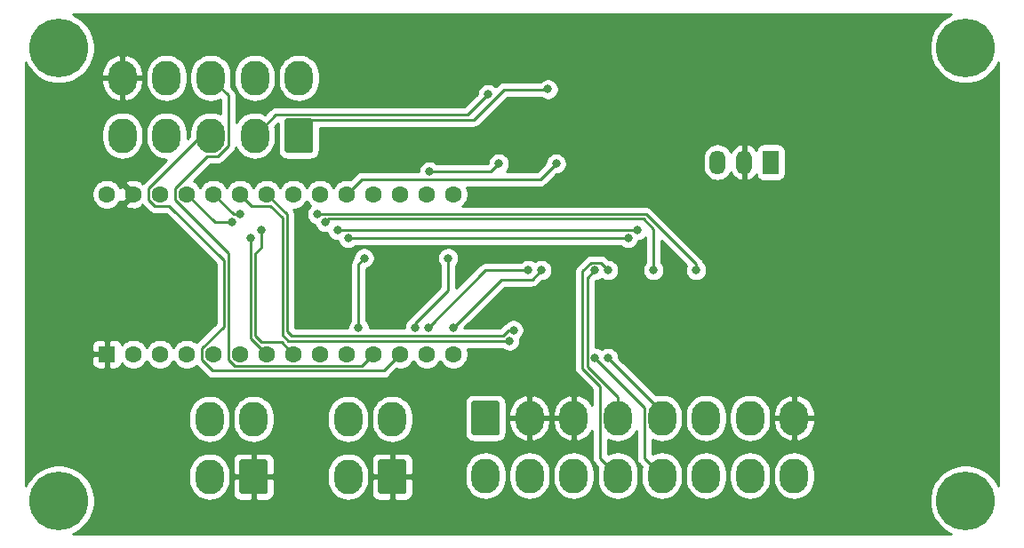
<source format=gbr>
%TF.GenerationSoftware,KiCad,Pcbnew,5.1.9+dfsg1-1*%
%TF.CreationDate,2021-05-17T21:51:48+02:00*%
%TF.ProjectId,JoeMBMS,4a6f654d-424d-4532-9e6b-696361645f70,rev?*%
%TF.SameCoordinates,Original*%
%TF.FileFunction,Copper,L2,Bot*%
%TF.FilePolarity,Positive*%
%FSLAX46Y46*%
G04 Gerber Fmt 4.6, Leading zero omitted, Abs format (unit mm)*
G04 Created by KiCad (PCBNEW 5.1.9+dfsg1-1) date 2021-05-17 21:51:48*
%MOMM*%
%LPD*%
G01*
G04 APERTURE LIST*
%TA.AperFunction,ComponentPad*%
%ADD10C,5.600000*%
%TD*%
%TA.AperFunction,ComponentPad*%
%ADD11R,1.600000X1.600000*%
%TD*%
%TA.AperFunction,ComponentPad*%
%ADD12C,1.600000*%
%TD*%
%TA.AperFunction,ComponentPad*%
%ADD13O,2.700000X3.300000*%
%TD*%
%TA.AperFunction,ComponentPad*%
%ADD14R,1.500000X2.300000*%
%TD*%
%TA.AperFunction,ComponentPad*%
%ADD15O,1.500000X2.300000*%
%TD*%
%TA.AperFunction,ViaPad*%
%ADD16C,0.800000*%
%TD*%
%TA.AperFunction,Conductor*%
%ADD17C,0.250000*%
%TD*%
%TA.AperFunction,Conductor*%
%ADD18C,0.254000*%
%TD*%
%TA.AperFunction,Conductor*%
%ADD19C,0.100000*%
%TD*%
G04 APERTURE END LIST*
D10*
%TO.P,REF\u002A\u002A,1*%
%TO.N,N/C*%
X130810000Y-158750000D03*
%TD*%
%TO.P,REF\u002A\u002A,1*%
%TO.N,N/C*%
X130810000Y-115570000D03*
%TD*%
%TO.P,REF\u002A\u002A,1*%
%TO.N,N/C*%
X217170000Y-115570000D03*
%TD*%
%TO.P,REF\u002A\u002A,1*%
%TO.N,N/C*%
X217170000Y-158750000D03*
%TD*%
D11*
%TO.P,U1,1*%
%TO.N,GND*%
X135382000Y-144780000D03*
D12*
%TO.P,U1,2*%
%TO.N,Net-(U1-Pad2)*%
X137922000Y-144780000D03*
%TO.P,U1,3*%
%TO.N,Net-(U1-Pad3)*%
X140462000Y-144780000D03*
%TO.P,U1,4*%
%TO.N,Net-(U1-Pad4)*%
X143002000Y-144780000D03*
%TO.P,U1,5*%
%TO.N,Teensy_TX*%
X145542000Y-144780000D03*
%TO.P,U1,6*%
%TO.N,Teensy_RX*%
X148082000Y-144780000D03*
%TO.P,U1,7*%
%TO.N,Teensy_OUT7*%
X150622000Y-144780000D03*
%TO.P,U1,8*%
%TO.N,Teensy_OUT8*%
X153162000Y-144780000D03*
%TO.P,U1,9*%
%TO.N,Teensy_RX3*%
X155702000Y-144780000D03*
%TO.P,U1,10*%
%TO.N,Teensy_TX3*%
X158242000Y-144780000D03*
%TO.P,U1,11*%
%TO.N,J5_RX2*%
X160782000Y-144780000D03*
%TO.P,U1,12*%
%TO.N,J5_TX2*%
X163322000Y-144780000D03*
%TO.P,U1,13*%
%TO.N,Teensy_OUT1*%
X165862000Y-144780000D03*
%TO.P,U1,33*%
%TO.N,+5V*%
X135382000Y-129540000D03*
%TO.P,U1,32*%
%TO.N,GND*%
X137922000Y-129540000D03*
%TO.P,U1,31*%
%TO.N,+3V3*%
X140462000Y-129540000D03*
%TO.P,U1,30*%
%TO.N,Teensy_OUT6*%
X143002000Y-129540000D03*
%TO.P,U1,29*%
%TO.N,Teensy_OUT5*%
X145542000Y-129540000D03*
%TO.P,U1,28*%
%TO.N,Teensy_OUT4*%
X148082000Y-129540000D03*
%TO.P,U1,27*%
%TO.N,Teensy_OUT3*%
X150622000Y-129540000D03*
%TO.P,U1,26*%
%TO.N,Teensy_IN4*%
X153162000Y-129540000D03*
%TO.P,U1,25*%
%TO.N,Teensy_IN3*%
X155702000Y-129540000D03*
%TO.P,U1,24*%
%TO.N,Teensy_IN1*%
X158242000Y-129540000D03*
%TO.P,U1,23*%
%TO.N,Teensy_IN2*%
X160782000Y-129540000D03*
%TO.P,U1,22*%
%TO.N,Teensy_ASEN1*%
X163322000Y-129540000D03*
%TO.P,U1,21*%
%TO.N,Teensy_ASEN2*%
X165862000Y-129540000D03*
%TO.P,U1,14*%
%TO.N,Teensy_OUT2*%
X168402000Y-144780000D03*
%TO.P,U1,20*%
%TO.N,Net-(U1-Pad20)*%
X168402000Y-129540000D03*
%TD*%
D13*
%TO.P,J1,4*%
%TO.N,Teensy_TX3*%
X145152000Y-150964000D03*
%TO.P,J1,3*%
%TO.N,Teensy_RX3*%
X149352000Y-150964000D03*
%TO.P,J1,2*%
%TO.N,+5V*%
X145152000Y-156464000D03*
%TO.P,J1,1*%
%TO.N,GND*%
%TA.AperFunction,ComponentPad*%
G36*
G01*
X150702000Y-155064001D02*
X150702000Y-157863999D01*
G75*
G02*
X150451999Y-158114000I-250001J0D01*
G01*
X148252001Y-158114000D01*
G75*
G02*
X148002000Y-157863999I0J250001D01*
G01*
X148002000Y-155064001D01*
G75*
G02*
X148252001Y-154814000I250001J0D01*
G01*
X150451999Y-154814000D01*
G75*
G02*
X150702000Y-155064001I0J-250001D01*
G01*
G37*
%TD.AperFunction*%
%TD*%
%TO.P,J2,1*%
%TO.N,GND*%
%TA.AperFunction,ComponentPad*%
G36*
G01*
X163910000Y-155064001D02*
X163910000Y-157863999D01*
G75*
G02*
X163659999Y-158114000I-250001J0D01*
G01*
X161460001Y-158114000D01*
G75*
G02*
X161210000Y-157863999I0J250001D01*
G01*
X161210000Y-155064001D01*
G75*
G02*
X161460001Y-154814000I250001J0D01*
G01*
X163659999Y-154814000D01*
G75*
G02*
X163910000Y-155064001I0J-250001D01*
G01*
G37*
%TD.AperFunction*%
%TO.P,J2,2*%
%TO.N,+5V*%
X158360000Y-156464000D03*
%TO.P,J2,3*%
%TO.N,Net-(J2-Pad3)*%
X162560000Y-150964000D03*
%TO.P,J2,4*%
%TO.N,Net-(J2-Pad4)*%
X158360000Y-150964000D03*
%TD*%
%TO.P,J4,1*%
%TO.N,+5V*%
%TA.AperFunction,ComponentPad*%
G36*
G01*
X170100000Y-152275999D02*
X170100000Y-149476001D01*
G75*
G02*
X170350001Y-149226000I250001J0D01*
G01*
X172549999Y-149226000D01*
G75*
G02*
X172800000Y-149476001I0J-250001D01*
G01*
X172800000Y-152275999D01*
G75*
G02*
X172549999Y-152526000I-250001J0D01*
G01*
X170350001Y-152526000D01*
G75*
G02*
X170100000Y-152275999I0J250001D01*
G01*
G37*
%TD.AperFunction*%
%TO.P,J4,2*%
%TO.N,GND*%
X175650000Y-150876000D03*
%TO.P,J4,3*%
X179850000Y-150876000D03*
%TO.P,J4,4*%
%TO.N,J4_OUT2*%
X184050000Y-150876000D03*
%TO.P,J4,5*%
%TO.N,J4_OUT4*%
X188250000Y-150876000D03*
%TO.P,J4,6*%
%TO.N,J4_OUT6*%
X192450000Y-150876000D03*
%TO.P,J4,7*%
%TO.N,J4_OUT7*%
X196650000Y-150876000D03*
%TO.P,J4,8*%
%TO.N,GND*%
X200850000Y-150876000D03*
%TO.P,J4,9*%
%TO.N,+12V*%
X171450000Y-156376000D03*
%TO.P,J4,10*%
X175650000Y-156376000D03*
%TO.P,J4,11*%
X179850000Y-156376000D03*
%TO.P,J4,12*%
%TO.N,J4_OUT1*%
X184050000Y-156376000D03*
%TO.P,J4,13*%
%TO.N,J4_OUT3*%
X188250000Y-156376000D03*
%TO.P,J4,14*%
%TO.N,J4_OUT5*%
X192450000Y-156376000D03*
%TO.P,J4,15*%
%TO.N,J4_OUT8*%
X196650000Y-156376000D03*
%TO.P,J4,16*%
%TO.N,J4_12V*%
X200850000Y-156376000D03*
%TD*%
%TO.P,J5,1*%
%TO.N,J5_IN1*%
%TA.AperFunction,ComponentPad*%
G36*
G01*
X155020000Y-122552001D02*
X155020000Y-125351999D01*
G75*
G02*
X154769999Y-125602000I-250001J0D01*
G01*
X152570001Y-125602000D01*
G75*
G02*
X152320000Y-125351999I0J250001D01*
G01*
X152320000Y-122552001D01*
G75*
G02*
X152570001Y-122302000I250001J0D01*
G01*
X154769999Y-122302000D01*
G75*
G02*
X155020000Y-122552001I0J-250001D01*
G01*
G37*
%TD.AperFunction*%
%TO.P,J5,2*%
%TO.N,J5_IN2*%
X149470000Y-123952000D03*
%TO.P,J5,3*%
%TO.N,J5_TX2*%
X145270000Y-123952000D03*
%TO.P,J5,4*%
%TO.N,J5_CANH*%
X141070000Y-123952000D03*
%TO.P,J5,5*%
%TO.N,+5V*%
X136870000Y-123952000D03*
%TO.P,J5,6*%
%TO.N,J5_IN3*%
X153670000Y-118452000D03*
%TO.P,J5,7*%
%TO.N,J5_IN4*%
X149470000Y-118452000D03*
%TO.P,J5,8*%
%TO.N,J5_RX2*%
X145270000Y-118452000D03*
%TO.P,J5,9*%
%TO.N,J5_CANL*%
X141070000Y-118452000D03*
%TO.P,J5,10*%
%TO.N,GND*%
X136870000Y-118452000D03*
%TD*%
D14*
%TO.P,U3,1*%
%TO.N,+12V*%
X198628000Y-126492000D03*
D15*
%TO.P,U3,2*%
%TO.N,GND*%
X196088000Y-126492000D03*
%TO.P,U3,3*%
%TO.N,+5V*%
X193548000Y-126492000D03*
%TD*%
D16*
%TO.N,J4_OUT4*%
X183134000Y-145161000D03*
%TO.N,GND*%
X138303000Y-133477000D03*
X190500000Y-143383000D03*
X199644000Y-143383000D03*
X162560000Y-118364000D03*
X175514000Y-126619000D03*
X184404000Y-116078000D03*
X212344000Y-131064000D03*
X212344000Y-141224000D03*
X210566000Y-147828000D03*
X145415000Y-141859000D03*
X174244000Y-115697000D03*
X163830000Y-126492000D03*
X178689000Y-145161000D03*
X163830000Y-137414000D03*
%TO.N,Teensy_OUT1*%
X165989000Y-142240000D03*
%TO.N,Teensy_OUT2*%
X168402000Y-142240000D03*
%TO.N,Net-(J2-Pad3)*%
X167894000Y-135636000D03*
%TO.N,Teensy_OUT5*%
X191516000Y-136779000D03*
%TO.N,Teensy_OUT6*%
X187452000Y-136779000D03*
%TO.N,GND*%
X141732000Y-133477000D03*
X177419000Y-121158000D03*
%TO.N,J4_OUT2*%
X181864000Y-136779000D03*
%TO.N,J4_OUT3*%
X181864000Y-145161000D03*
%TO.N,J5_IN2*%
X171704000Y-120015000D03*
%TO.N,Teensy_OUT1*%
X175514000Y-136779000D03*
%TO.N,Teensy_OUT2*%
X176784000Y-136779000D03*
%TO.N,Net-(J2-Pad4)*%
X159893000Y-135636000D03*
%TO.N,Net-(J2-Pad3)*%
X164736999Y-142240000D03*
%TO.N,Net-(J2-Pad4)*%
X159367001Y-142257999D03*
%TO.N,Teensy_OUT4*%
X173736000Y-143510000D03*
%TO.N,Teensy_OUT5*%
X148082000Y-131445000D03*
%TO.N,Teensy_OUT6*%
X147320000Y-132207000D03*
%TO.N,J4_OUT1*%
X183134000Y-136779000D03*
%TO.N,J5_IN1*%
X177395500Y-119530500D03*
%TO.N,Teensy_IN2*%
X166116000Y-127381000D03*
X172720000Y-126619000D03*
%TO.N,Teensy_IN1*%
X178181000Y-126619000D03*
%TO.N,Teensy_OUT8*%
X157353000Y-132969000D03*
X185928000Y-132969000D03*
X150114000Y-132969000D03*
%TO.N,Teensy_OUT7*%
X149098000Y-133731000D03*
X158369000Y-133731000D03*
X185039000Y-133731000D03*
%TO.N,Teensy_OUT5*%
X155448000Y-131445000D03*
%TO.N,Teensy_OUT6*%
X156210000Y-132207000D03*
%TO.N,Teensy_OUT3*%
X174117000Y-142494000D03*
%TD*%
D17*
%TO.N,Net-(J2-Pad3)*%
X164736999Y-141841001D02*
X167894000Y-138684000D01*
X167894000Y-138684000D02*
X167894000Y-135636000D01*
X164736999Y-142240000D02*
X164736999Y-141841001D01*
%TO.N,Net-(J2-Pad4)*%
X159367001Y-136161999D02*
X159893000Y-135636000D01*
X159367001Y-142257999D02*
X159367001Y-136161999D01*
%TO.N,J4_OUT2*%
X184050000Y-150876000D02*
X184050000Y-148871000D01*
X184050000Y-148871000D02*
X181138999Y-145959999D01*
X181138999Y-137504001D02*
X181864000Y-136779000D01*
X181138999Y-137704999D02*
X181138999Y-137504001D01*
X181138999Y-145959999D02*
X181138999Y-137704999D01*
%TO.N,J4_OUT4*%
X188250000Y-150876000D02*
X188250000Y-150785000D01*
X188250000Y-150277000D02*
X183134000Y-145161000D01*
X188250000Y-150876000D02*
X188250000Y-150277000D01*
%TO.N,J4_OUT1*%
X181515999Y-136053999D02*
X182408999Y-136053999D01*
X180688989Y-136881009D02*
X181515999Y-136053999D01*
X180688989Y-146146399D02*
X180688989Y-136881009D01*
X182374990Y-147832400D02*
X180688989Y-146146399D01*
X182374990Y-154700990D02*
X182374990Y-147832400D01*
X184050000Y-156376000D02*
X182374990Y-154700990D01*
X182408999Y-136053999D02*
X183134000Y-136779000D01*
X183134000Y-136779000D02*
X183134000Y-136779000D01*
%TO.N,J4_OUT3*%
X186574990Y-154700990D02*
X188250000Y-156376000D01*
X186574990Y-149871990D02*
X186574990Y-154700990D01*
X181864000Y-145161000D02*
X186574990Y-149871990D01*
%TO.N,J5_IN1*%
X153670000Y-123952000D02*
X153670000Y-123698000D01*
X170365002Y-122427000D02*
X173228000Y-119564002D01*
X154941000Y-122427000D02*
X170365002Y-122427000D01*
X153670000Y-123698000D02*
X154941000Y-122427000D01*
X177361998Y-119564002D02*
X177395500Y-119530500D01*
X173228000Y-119564002D02*
X177361998Y-119564002D01*
%TO.N,J5_IN2*%
X169742010Y-121976990D02*
X171704000Y-120015000D01*
X151445010Y-121976990D02*
X169742010Y-121976990D01*
X149470000Y-123952000D02*
X151445010Y-121976990D01*
%TO.N,J5_TX2*%
X139336999Y-130080001D02*
X139336999Y-128999999D01*
X144384998Y-123952000D02*
X145270000Y-123952000D01*
X141333001Y-130665001D02*
X139921999Y-130665001D01*
X139336999Y-128999999D02*
X144384998Y-123952000D01*
X146506989Y-135838989D02*
X141333001Y-130665001D01*
X146506989Y-142150009D02*
X146506989Y-135838989D01*
X144416999Y-145320001D02*
X144416999Y-144239999D01*
X139921999Y-130665001D02*
X139336999Y-130080001D01*
X144416999Y-144239999D02*
X146506989Y-142150009D01*
X145452009Y-146355011D02*
X144416999Y-145320001D01*
X161746989Y-146355011D02*
X145452009Y-146355011D01*
X163322000Y-144780000D02*
X161746989Y-146355011D01*
%TO.N,J5_RX2*%
X146945010Y-124945811D02*
X146945010Y-120127010D01*
X145963811Y-125927010D02*
X146945010Y-124945811D01*
X146945010Y-120127010D02*
X145270000Y-118452000D01*
X144949988Y-125927010D02*
X145963811Y-125927010D01*
X141876999Y-130080001D02*
X141876999Y-128999999D01*
X146956999Y-135160001D02*
X141876999Y-130080001D01*
X141876999Y-128999999D02*
X144949988Y-125927010D01*
X146956999Y-145320001D02*
X146956999Y-135160001D01*
X147541999Y-145905001D02*
X146956999Y-145320001D01*
X159656999Y-145905001D02*
X147541999Y-145905001D01*
X160782000Y-144780000D02*
X159656999Y-145905001D01*
%TO.N,Teensy_IN2*%
X166116000Y-127381000D02*
X171831000Y-127381000D01*
X171831000Y-127381000D02*
X171958000Y-127381000D01*
X171958000Y-127381000D02*
X172720000Y-126619000D01*
X172720000Y-126619000D02*
X172720000Y-126619000D01*
%TO.N,Teensy_IN1*%
X159675999Y-128106001D02*
X176693999Y-128106001D01*
X158242000Y-129540000D02*
X159675999Y-128106001D01*
X176693999Y-128106001D02*
X178181000Y-126619000D01*
X178181000Y-126619000D02*
X178181000Y-126619000D01*
%TO.N,Teensy_OUT8*%
X150115410Y-143637000D02*
X149548010Y-143069600D01*
X152019000Y-143637000D02*
X150115410Y-143637000D01*
X153162000Y-144780000D02*
X152019000Y-143637000D01*
X149548010Y-143069600D02*
X149548010Y-135185990D01*
X149548010Y-135185990D02*
X150114000Y-134620000D01*
X150114000Y-132969000D02*
X150114000Y-134620000D01*
X157353000Y-132969000D02*
X185928000Y-132969000D01*
%TO.N,Teensy_OUT7*%
X150622000Y-144780000D02*
X149098000Y-143256000D01*
X149098000Y-133731000D02*
X149098000Y-143256000D01*
X158369000Y-133731000D02*
X185039000Y-133731000D01*
%TO.N,Teensy_OUT5*%
X147447000Y-131445000D02*
X145542000Y-129540000D01*
X148082000Y-131445000D02*
X147447000Y-131445000D01*
X191516000Y-136213315D02*
X191516000Y-136779000D01*
X186747685Y-131445000D02*
X191516000Y-136213315D01*
X155448000Y-131445000D02*
X186747685Y-131445000D01*
%TO.N,Teensy_OUT6*%
X145669000Y-132207000D02*
X147320000Y-132207000D01*
X143002000Y-129540000D02*
X145669000Y-132207000D01*
X156521990Y-131895010D02*
X156210000Y-132207000D01*
X186505010Y-131895010D02*
X156521990Y-131895010D01*
X187452000Y-132842000D02*
X186505010Y-131895010D01*
X187452000Y-136779000D02*
X187452000Y-132842000D01*
%TO.N,Teensy_OUT3*%
X152559011Y-131477011D02*
X150622000Y-129540000D01*
X152559011Y-142653011D02*
X152559011Y-131477011D01*
X152965990Y-143059990D02*
X152559011Y-142653011D01*
X173113008Y-143059990D02*
X152965990Y-143059990D01*
X173678998Y-142494000D02*
X173113008Y-143059990D01*
X174117000Y-142494000D02*
X173678998Y-142494000D01*
%TO.N,Teensy_OUT2*%
X168402000Y-142240000D02*
X172974000Y-137668000D01*
X175895000Y-137668000D02*
X176784000Y-136779000D01*
X172974000Y-137668000D02*
X175895000Y-137668000D01*
%TO.N,Teensy_OUT4*%
X154178000Y-143510000D02*
X173736000Y-143510000D01*
X152654000Y-143510000D02*
X154178000Y-143510000D01*
X152109001Y-142965001D02*
X152654000Y-143510000D01*
X150985001Y-130665001D02*
X152109001Y-131789001D01*
X152109001Y-131789001D02*
X152109001Y-142965001D01*
X149207001Y-130665001D02*
X150985001Y-130665001D01*
X148082000Y-129540000D02*
X149207001Y-130665001D01*
%TO.N,Teensy_OUT1*%
X165989000Y-142240000D02*
X171450000Y-136779000D01*
X171450000Y-136779000D02*
X175514000Y-136779000D01*
%TD*%
D18*
%TO.N,GND*%
X215542918Y-112525943D02*
X214980315Y-112901862D01*
X214501862Y-113380315D01*
X214125943Y-113942918D01*
X213867006Y-114568048D01*
X213735000Y-115231682D01*
X213735000Y-115908318D01*
X213867006Y-116571952D01*
X214125943Y-117197082D01*
X214501862Y-117759685D01*
X214980315Y-118238138D01*
X215542918Y-118614057D01*
X216168048Y-118872994D01*
X216831682Y-119005000D01*
X217508318Y-119005000D01*
X218171952Y-118872994D01*
X218797082Y-118614057D01*
X219359685Y-118238138D01*
X219838138Y-117759685D01*
X220214057Y-117197082D01*
X220320001Y-116941310D01*
X220320000Y-157378687D01*
X220214057Y-157122918D01*
X219838138Y-156560315D01*
X219359685Y-156081862D01*
X218797082Y-155705943D01*
X218171952Y-155447006D01*
X217508318Y-155315000D01*
X216831682Y-155315000D01*
X216168048Y-155447006D01*
X215542918Y-155705943D01*
X214980315Y-156081862D01*
X214501862Y-156560315D01*
X214125943Y-157122918D01*
X213867006Y-157748048D01*
X213735000Y-158411682D01*
X213735000Y-159088318D01*
X213867006Y-159751952D01*
X214125943Y-160377082D01*
X214501862Y-160939685D01*
X214980315Y-161418138D01*
X215542918Y-161794057D01*
X215798687Y-161900000D01*
X132181313Y-161900000D01*
X132437082Y-161794057D01*
X132999685Y-161418138D01*
X133478138Y-160939685D01*
X133854057Y-160377082D01*
X134112994Y-159751952D01*
X134245000Y-159088318D01*
X134245000Y-158411682D01*
X134112994Y-157748048D01*
X133854057Y-157122918D01*
X133478138Y-156560315D01*
X132999685Y-156081862D01*
X132976680Y-156066490D01*
X143167000Y-156066490D01*
X143167000Y-156861509D01*
X143195722Y-157153127D01*
X143309226Y-157527301D01*
X143493547Y-157872143D01*
X143741602Y-158174398D01*
X144043857Y-158422453D01*
X144388698Y-158606774D01*
X144762872Y-158720278D01*
X145152000Y-158758604D01*
X145541127Y-158720278D01*
X145915301Y-158606774D01*
X146260143Y-158422453D01*
X146562398Y-158174398D01*
X146611965Y-158114000D01*
X147363928Y-158114000D01*
X147376188Y-158238482D01*
X147412498Y-158358180D01*
X147471463Y-158468494D01*
X147550815Y-158565185D01*
X147647506Y-158644537D01*
X147757820Y-158703502D01*
X147877518Y-158739812D01*
X148002000Y-158752072D01*
X149066250Y-158749000D01*
X149225000Y-158590250D01*
X149225000Y-156591000D01*
X149479000Y-156591000D01*
X149479000Y-158590250D01*
X149637750Y-158749000D01*
X150702000Y-158752072D01*
X150826482Y-158739812D01*
X150946180Y-158703502D01*
X151056494Y-158644537D01*
X151153185Y-158565185D01*
X151232537Y-158468494D01*
X151291502Y-158358180D01*
X151327812Y-158238482D01*
X151340072Y-158114000D01*
X151337000Y-156749750D01*
X151178250Y-156591000D01*
X149479000Y-156591000D01*
X149225000Y-156591000D01*
X147525750Y-156591000D01*
X147367000Y-156749750D01*
X147363928Y-158114000D01*
X146611965Y-158114000D01*
X146810453Y-157872143D01*
X146994774Y-157527302D01*
X147108278Y-157153128D01*
X147137000Y-156861510D01*
X147137000Y-156066491D01*
X147108278Y-155774873D01*
X146994774Y-155400698D01*
X146810453Y-155055857D01*
X146611966Y-154814000D01*
X147363928Y-154814000D01*
X147367000Y-156178250D01*
X147525750Y-156337000D01*
X149225000Y-156337000D01*
X149225000Y-154337750D01*
X149479000Y-154337750D01*
X149479000Y-156337000D01*
X151178250Y-156337000D01*
X151337000Y-156178250D01*
X151337251Y-156066490D01*
X156375000Y-156066490D01*
X156375000Y-156861509D01*
X156403722Y-157153127D01*
X156517226Y-157527301D01*
X156701547Y-157872143D01*
X156949602Y-158174398D01*
X157251857Y-158422453D01*
X157596698Y-158606774D01*
X157970872Y-158720278D01*
X158360000Y-158758604D01*
X158749127Y-158720278D01*
X159123301Y-158606774D01*
X159468143Y-158422453D01*
X159770398Y-158174398D01*
X159819965Y-158114000D01*
X160571928Y-158114000D01*
X160584188Y-158238482D01*
X160620498Y-158358180D01*
X160679463Y-158468494D01*
X160758815Y-158565185D01*
X160855506Y-158644537D01*
X160965820Y-158703502D01*
X161085518Y-158739812D01*
X161210000Y-158752072D01*
X162274250Y-158749000D01*
X162433000Y-158590250D01*
X162433000Y-156591000D01*
X162687000Y-156591000D01*
X162687000Y-158590250D01*
X162845750Y-158749000D01*
X163910000Y-158752072D01*
X164034482Y-158739812D01*
X164154180Y-158703502D01*
X164264494Y-158644537D01*
X164361185Y-158565185D01*
X164440537Y-158468494D01*
X164499502Y-158358180D01*
X164535812Y-158238482D01*
X164548072Y-158114000D01*
X164545000Y-156749750D01*
X164386250Y-156591000D01*
X162687000Y-156591000D01*
X162433000Y-156591000D01*
X160733750Y-156591000D01*
X160575000Y-156749750D01*
X160571928Y-158114000D01*
X159819965Y-158114000D01*
X160018453Y-157872143D01*
X160202774Y-157527302D01*
X160316278Y-157153128D01*
X160345000Y-156861510D01*
X160345000Y-156066491D01*
X160316278Y-155774873D01*
X160202774Y-155400698D01*
X160018453Y-155055857D01*
X159819966Y-154814000D01*
X160571928Y-154814000D01*
X160575000Y-156178250D01*
X160733750Y-156337000D01*
X162433000Y-156337000D01*
X162433000Y-154337750D01*
X162687000Y-154337750D01*
X162687000Y-156337000D01*
X164386250Y-156337000D01*
X164545000Y-156178250D01*
X164545449Y-155978491D01*
X169465000Y-155978491D01*
X169465000Y-156773510D01*
X169493722Y-157065128D01*
X169607226Y-157439302D01*
X169791547Y-157784143D01*
X170039603Y-158086398D01*
X170341858Y-158334453D01*
X170686699Y-158518774D01*
X171060873Y-158632278D01*
X171450000Y-158670604D01*
X171839128Y-158632278D01*
X172213302Y-158518774D01*
X172558143Y-158334453D01*
X172860398Y-158086398D01*
X173108453Y-157784143D01*
X173292774Y-157439302D01*
X173406278Y-157065127D01*
X173435000Y-156773509D01*
X173435000Y-155978491D01*
X173665000Y-155978491D01*
X173665000Y-156773510D01*
X173693722Y-157065128D01*
X173807226Y-157439302D01*
X173991547Y-157784143D01*
X174239603Y-158086398D01*
X174541858Y-158334453D01*
X174886699Y-158518774D01*
X175260873Y-158632278D01*
X175650000Y-158670604D01*
X176039128Y-158632278D01*
X176413302Y-158518774D01*
X176758143Y-158334453D01*
X177060398Y-158086398D01*
X177308453Y-157784143D01*
X177492774Y-157439302D01*
X177606278Y-157065127D01*
X177635000Y-156773509D01*
X177635000Y-155978491D01*
X177865000Y-155978491D01*
X177865000Y-156773510D01*
X177893722Y-157065128D01*
X178007226Y-157439302D01*
X178191547Y-157784143D01*
X178439603Y-158086398D01*
X178741858Y-158334453D01*
X179086699Y-158518774D01*
X179460873Y-158632278D01*
X179850000Y-158670604D01*
X180239128Y-158632278D01*
X180613302Y-158518774D01*
X180958143Y-158334453D01*
X181260398Y-158086398D01*
X181508453Y-157784143D01*
X181692774Y-157439302D01*
X181806278Y-157065127D01*
X181835000Y-156773509D01*
X181835000Y-155978490D01*
X181806278Y-155686872D01*
X181692774Y-155312698D01*
X181508453Y-154967857D01*
X181260398Y-154665602D01*
X180958143Y-154417547D01*
X180613301Y-154233226D01*
X180239127Y-154119722D01*
X179850000Y-154081396D01*
X179460872Y-154119722D01*
X179086698Y-154233226D01*
X178741857Y-154417547D01*
X178439602Y-154665602D01*
X178191547Y-154967857D01*
X178007226Y-155312699D01*
X177893722Y-155686873D01*
X177865000Y-155978491D01*
X177635000Y-155978491D01*
X177635000Y-155978490D01*
X177606278Y-155686872D01*
X177492774Y-155312698D01*
X177308453Y-154967857D01*
X177060398Y-154665602D01*
X176758143Y-154417547D01*
X176413301Y-154233226D01*
X176039127Y-154119722D01*
X175650000Y-154081396D01*
X175260872Y-154119722D01*
X174886698Y-154233226D01*
X174541857Y-154417547D01*
X174239602Y-154665602D01*
X173991547Y-154967857D01*
X173807226Y-155312699D01*
X173693722Y-155686873D01*
X173665000Y-155978491D01*
X173435000Y-155978491D01*
X173435000Y-155978490D01*
X173406278Y-155686872D01*
X173292774Y-155312698D01*
X173108453Y-154967857D01*
X172860398Y-154665602D01*
X172558143Y-154417547D01*
X172213301Y-154233226D01*
X171839127Y-154119722D01*
X171450000Y-154081396D01*
X171060872Y-154119722D01*
X170686698Y-154233226D01*
X170341857Y-154417547D01*
X170039602Y-154665602D01*
X169791547Y-154967857D01*
X169607226Y-155312699D01*
X169493722Y-155686873D01*
X169465000Y-155978491D01*
X164545449Y-155978491D01*
X164548072Y-154814000D01*
X164535812Y-154689518D01*
X164499502Y-154569820D01*
X164440537Y-154459506D01*
X164361185Y-154362815D01*
X164264494Y-154283463D01*
X164154180Y-154224498D01*
X164034482Y-154188188D01*
X163910000Y-154175928D01*
X162845750Y-154179000D01*
X162687000Y-154337750D01*
X162433000Y-154337750D01*
X162274250Y-154179000D01*
X161210000Y-154175928D01*
X161085518Y-154188188D01*
X160965820Y-154224498D01*
X160855506Y-154283463D01*
X160758815Y-154362815D01*
X160679463Y-154459506D01*
X160620498Y-154569820D01*
X160584188Y-154689518D01*
X160571928Y-154814000D01*
X159819966Y-154814000D01*
X159770398Y-154753602D01*
X159468143Y-154505547D01*
X159123302Y-154321226D01*
X158749128Y-154207722D01*
X158360000Y-154169396D01*
X157970873Y-154207722D01*
X157596699Y-154321226D01*
X157251858Y-154505547D01*
X156949603Y-154753602D01*
X156701547Y-155055857D01*
X156517226Y-155400698D01*
X156403722Y-155774872D01*
X156375000Y-156066490D01*
X151337251Y-156066490D01*
X151340072Y-154814000D01*
X151327812Y-154689518D01*
X151291502Y-154569820D01*
X151232537Y-154459506D01*
X151153185Y-154362815D01*
X151056494Y-154283463D01*
X150946180Y-154224498D01*
X150826482Y-154188188D01*
X150702000Y-154175928D01*
X149637750Y-154179000D01*
X149479000Y-154337750D01*
X149225000Y-154337750D01*
X149066250Y-154179000D01*
X148002000Y-154175928D01*
X147877518Y-154188188D01*
X147757820Y-154224498D01*
X147647506Y-154283463D01*
X147550815Y-154362815D01*
X147471463Y-154459506D01*
X147412498Y-154569820D01*
X147376188Y-154689518D01*
X147363928Y-154814000D01*
X146611966Y-154814000D01*
X146562398Y-154753602D01*
X146260143Y-154505547D01*
X145915302Y-154321226D01*
X145541128Y-154207722D01*
X145152000Y-154169396D01*
X144762873Y-154207722D01*
X144388699Y-154321226D01*
X144043858Y-154505547D01*
X143741603Y-154753602D01*
X143493547Y-155055857D01*
X143309226Y-155400698D01*
X143195722Y-155774872D01*
X143167000Y-156066490D01*
X132976680Y-156066490D01*
X132437082Y-155705943D01*
X131811952Y-155447006D01*
X131148318Y-155315000D01*
X130471682Y-155315000D01*
X129808048Y-155447006D01*
X129182918Y-155705943D01*
X128620315Y-156081862D01*
X128141862Y-156560315D01*
X127765943Y-157122918D01*
X127660000Y-157378687D01*
X127660000Y-150566490D01*
X143167000Y-150566490D01*
X143167000Y-151361509D01*
X143195722Y-151653127D01*
X143309226Y-152027301D01*
X143493547Y-152372143D01*
X143741602Y-152674398D01*
X144043857Y-152922453D01*
X144388698Y-153106774D01*
X144762872Y-153220278D01*
X145152000Y-153258604D01*
X145541127Y-153220278D01*
X145915301Y-153106774D01*
X146260143Y-152922453D01*
X146562398Y-152674398D01*
X146810453Y-152372143D01*
X146994774Y-152027302D01*
X147108278Y-151653128D01*
X147137000Y-151361510D01*
X147137000Y-150566491D01*
X147137000Y-150566490D01*
X147367000Y-150566490D01*
X147367000Y-151361509D01*
X147395722Y-151653127D01*
X147509226Y-152027301D01*
X147693547Y-152372143D01*
X147941602Y-152674398D01*
X148243857Y-152922453D01*
X148588698Y-153106774D01*
X148962872Y-153220278D01*
X149352000Y-153258604D01*
X149741127Y-153220278D01*
X150115301Y-153106774D01*
X150460143Y-152922453D01*
X150762398Y-152674398D01*
X151010453Y-152372143D01*
X151194774Y-152027302D01*
X151308278Y-151653128D01*
X151337000Y-151361510D01*
X151337000Y-150566491D01*
X151337000Y-150566490D01*
X156375000Y-150566490D01*
X156375000Y-151361509D01*
X156403722Y-151653127D01*
X156517226Y-152027301D01*
X156701547Y-152372143D01*
X156949602Y-152674398D01*
X157251857Y-152922453D01*
X157596698Y-153106774D01*
X157970872Y-153220278D01*
X158360000Y-153258604D01*
X158749127Y-153220278D01*
X159123301Y-153106774D01*
X159468143Y-152922453D01*
X159770398Y-152674398D01*
X160018453Y-152372143D01*
X160202774Y-152027302D01*
X160316278Y-151653128D01*
X160345000Y-151361510D01*
X160345000Y-150566491D01*
X160345000Y-150566490D01*
X160575000Y-150566490D01*
X160575000Y-151361509D01*
X160603722Y-151653127D01*
X160717226Y-152027301D01*
X160901547Y-152372143D01*
X161149602Y-152674398D01*
X161451857Y-152922453D01*
X161796698Y-153106774D01*
X162170872Y-153220278D01*
X162560000Y-153258604D01*
X162949127Y-153220278D01*
X163323301Y-153106774D01*
X163668143Y-152922453D01*
X163970398Y-152674398D01*
X164218453Y-152372143D01*
X164402774Y-152027302D01*
X164516278Y-151653128D01*
X164545000Y-151361510D01*
X164545000Y-150566491D01*
X164516278Y-150274873D01*
X164402774Y-149900698D01*
X164218453Y-149555857D01*
X164152917Y-149476001D01*
X169461928Y-149476001D01*
X169461928Y-152275999D01*
X169478992Y-152449253D01*
X169529529Y-152615850D01*
X169611595Y-152769386D01*
X169722039Y-152903961D01*
X169856614Y-153014405D01*
X170010150Y-153096471D01*
X170176747Y-153147008D01*
X170350001Y-153164072D01*
X172549999Y-153164072D01*
X172723253Y-153147008D01*
X172889850Y-153096471D01*
X173043386Y-153014405D01*
X173177961Y-152903961D01*
X173288405Y-152769386D01*
X173370471Y-152615850D01*
X173421008Y-152449253D01*
X173438072Y-152275999D01*
X173438072Y-151003000D01*
X173665000Y-151003000D01*
X173665000Y-151303000D01*
X173727918Y-151687814D01*
X173864700Y-152052959D01*
X174070090Y-152384403D01*
X174336195Y-152669409D01*
X174652789Y-152897024D01*
X175007705Y-153058501D01*
X175214677Y-153112677D01*
X175523000Y-152997829D01*
X175523000Y-151003000D01*
X175777000Y-151003000D01*
X175777000Y-152997829D01*
X176085323Y-153112677D01*
X176292295Y-153058501D01*
X176647211Y-152897024D01*
X176963805Y-152669409D01*
X177229910Y-152384403D01*
X177435300Y-152052959D01*
X177572082Y-151687814D01*
X177635000Y-151303000D01*
X177635000Y-151003000D01*
X177865000Y-151003000D01*
X177865000Y-151303000D01*
X177927918Y-151687814D01*
X178064700Y-152052959D01*
X178270090Y-152384403D01*
X178536195Y-152669409D01*
X178852789Y-152897024D01*
X179207705Y-153058501D01*
X179414677Y-153112677D01*
X179723000Y-152997829D01*
X179723000Y-151003000D01*
X177865000Y-151003000D01*
X177635000Y-151003000D01*
X175777000Y-151003000D01*
X175523000Y-151003000D01*
X173665000Y-151003000D01*
X173438072Y-151003000D01*
X173438072Y-150449000D01*
X173665000Y-150449000D01*
X173665000Y-150749000D01*
X175523000Y-150749000D01*
X175523000Y-148754171D01*
X175777000Y-148754171D01*
X175777000Y-150749000D01*
X177635000Y-150749000D01*
X177635000Y-150449000D01*
X177865000Y-150449000D01*
X177865000Y-150749000D01*
X179723000Y-150749000D01*
X179723000Y-148754171D01*
X179414677Y-148639323D01*
X179207705Y-148693499D01*
X178852789Y-148854976D01*
X178536195Y-149082591D01*
X178270090Y-149367597D01*
X178064700Y-149699041D01*
X177927918Y-150064186D01*
X177865000Y-150449000D01*
X177635000Y-150449000D01*
X177572082Y-150064186D01*
X177435300Y-149699041D01*
X177229910Y-149367597D01*
X176963805Y-149082591D01*
X176647211Y-148854976D01*
X176292295Y-148693499D01*
X176085323Y-148639323D01*
X175777000Y-148754171D01*
X175523000Y-148754171D01*
X175214677Y-148639323D01*
X175007705Y-148693499D01*
X174652789Y-148854976D01*
X174336195Y-149082591D01*
X174070090Y-149367597D01*
X173864700Y-149699041D01*
X173727918Y-150064186D01*
X173665000Y-150449000D01*
X173438072Y-150449000D01*
X173438072Y-149476001D01*
X173421008Y-149302747D01*
X173370471Y-149136150D01*
X173288405Y-148982614D01*
X173177961Y-148848039D01*
X173043386Y-148737595D01*
X172889850Y-148655529D01*
X172723253Y-148604992D01*
X172549999Y-148587928D01*
X170350001Y-148587928D01*
X170176747Y-148604992D01*
X170010150Y-148655529D01*
X169856614Y-148737595D01*
X169722039Y-148848039D01*
X169611595Y-148982614D01*
X169529529Y-149136150D01*
X169478992Y-149302747D01*
X169461928Y-149476001D01*
X164152917Y-149476001D01*
X163970398Y-149253602D01*
X163668143Y-149005547D01*
X163323302Y-148821226D01*
X162949128Y-148707722D01*
X162560000Y-148669396D01*
X162170873Y-148707722D01*
X161796699Y-148821226D01*
X161451858Y-149005547D01*
X161149603Y-149253602D01*
X160901547Y-149555857D01*
X160717226Y-149900698D01*
X160603722Y-150274872D01*
X160575000Y-150566490D01*
X160345000Y-150566490D01*
X160316278Y-150274873D01*
X160202774Y-149900698D01*
X160018453Y-149555857D01*
X159770398Y-149253602D01*
X159468143Y-149005547D01*
X159123302Y-148821226D01*
X158749128Y-148707722D01*
X158360000Y-148669396D01*
X157970873Y-148707722D01*
X157596699Y-148821226D01*
X157251858Y-149005547D01*
X156949603Y-149253602D01*
X156701547Y-149555857D01*
X156517226Y-149900698D01*
X156403722Y-150274872D01*
X156375000Y-150566490D01*
X151337000Y-150566490D01*
X151308278Y-150274873D01*
X151194774Y-149900698D01*
X151010453Y-149555857D01*
X150762398Y-149253602D01*
X150460143Y-149005547D01*
X150115302Y-148821226D01*
X149741128Y-148707722D01*
X149352000Y-148669396D01*
X148962873Y-148707722D01*
X148588699Y-148821226D01*
X148243858Y-149005547D01*
X147941603Y-149253602D01*
X147693547Y-149555857D01*
X147509226Y-149900698D01*
X147395722Y-150274872D01*
X147367000Y-150566490D01*
X147137000Y-150566490D01*
X147108278Y-150274873D01*
X146994774Y-149900698D01*
X146810453Y-149555857D01*
X146562398Y-149253602D01*
X146260143Y-149005547D01*
X145915302Y-148821226D01*
X145541128Y-148707722D01*
X145152000Y-148669396D01*
X144762873Y-148707722D01*
X144388699Y-148821226D01*
X144043858Y-149005547D01*
X143741603Y-149253602D01*
X143493547Y-149555857D01*
X143309226Y-149900698D01*
X143195722Y-150274872D01*
X143167000Y-150566490D01*
X127660000Y-150566490D01*
X127660000Y-145580000D01*
X133943928Y-145580000D01*
X133956188Y-145704482D01*
X133992498Y-145824180D01*
X134051463Y-145934494D01*
X134130815Y-146031185D01*
X134227506Y-146110537D01*
X134337820Y-146169502D01*
X134457518Y-146205812D01*
X134582000Y-146218072D01*
X135096250Y-146215000D01*
X135255000Y-146056250D01*
X135255000Y-144907000D01*
X134105750Y-144907000D01*
X133947000Y-145065750D01*
X133943928Y-145580000D01*
X127660000Y-145580000D01*
X127660000Y-143980000D01*
X133943928Y-143980000D01*
X133947000Y-144494250D01*
X134105750Y-144653000D01*
X135255000Y-144653000D01*
X135255000Y-143503750D01*
X135509000Y-143503750D01*
X135509000Y-144653000D01*
X135529000Y-144653000D01*
X135529000Y-144907000D01*
X135509000Y-144907000D01*
X135509000Y-146056250D01*
X135667750Y-146215000D01*
X136182000Y-146218072D01*
X136306482Y-146205812D01*
X136426180Y-146169502D01*
X136536494Y-146110537D01*
X136633185Y-146031185D01*
X136712537Y-145934494D01*
X136771502Y-145824180D01*
X136807812Y-145704482D01*
X136808643Y-145696039D01*
X137007241Y-145894637D01*
X137242273Y-146051680D01*
X137503426Y-146159853D01*
X137780665Y-146215000D01*
X138063335Y-146215000D01*
X138340574Y-146159853D01*
X138601727Y-146051680D01*
X138836759Y-145894637D01*
X139036637Y-145694759D01*
X139192000Y-145462241D01*
X139347363Y-145694759D01*
X139547241Y-145894637D01*
X139782273Y-146051680D01*
X140043426Y-146159853D01*
X140320665Y-146215000D01*
X140603335Y-146215000D01*
X140880574Y-146159853D01*
X141141727Y-146051680D01*
X141376759Y-145894637D01*
X141576637Y-145694759D01*
X141732000Y-145462241D01*
X141887363Y-145694759D01*
X142087241Y-145894637D01*
X142322273Y-146051680D01*
X142583426Y-146159853D01*
X142860665Y-146215000D01*
X143143335Y-146215000D01*
X143420574Y-146159853D01*
X143681727Y-146051680D01*
X143916759Y-145894637D01*
X143916796Y-145894600D01*
X144888210Y-146866014D01*
X144912008Y-146895012D01*
X145027733Y-146989985D01*
X145159762Y-147060557D01*
X145303023Y-147104014D01*
X145414676Y-147115011D01*
X145414685Y-147115011D01*
X145452008Y-147118687D01*
X145489331Y-147115011D01*
X161709667Y-147115011D01*
X161746989Y-147118687D01*
X161784311Y-147115011D01*
X161784322Y-147115011D01*
X161895975Y-147104014D01*
X162039236Y-147060557D01*
X162171265Y-146989985D01*
X162286990Y-146895012D01*
X162310793Y-146866008D01*
X162998114Y-146178688D01*
X163180665Y-146215000D01*
X163463335Y-146215000D01*
X163740574Y-146159853D01*
X164001727Y-146051680D01*
X164236759Y-145894637D01*
X164436637Y-145694759D01*
X164592000Y-145462241D01*
X164747363Y-145694759D01*
X164947241Y-145894637D01*
X165182273Y-146051680D01*
X165443426Y-146159853D01*
X165720665Y-146215000D01*
X166003335Y-146215000D01*
X166280574Y-146159853D01*
X166541727Y-146051680D01*
X166776759Y-145894637D01*
X166976637Y-145694759D01*
X167132000Y-145462241D01*
X167287363Y-145694759D01*
X167487241Y-145894637D01*
X167722273Y-146051680D01*
X167983426Y-146159853D01*
X168260665Y-146215000D01*
X168543335Y-146215000D01*
X168820574Y-146159853D01*
X169081727Y-146051680D01*
X169316759Y-145894637D01*
X169516637Y-145694759D01*
X169673680Y-145459727D01*
X169781853Y-145198574D01*
X169837000Y-144921335D01*
X169837000Y-144638665D01*
X169781853Y-144361426D01*
X169743983Y-144270000D01*
X173032289Y-144270000D01*
X173076226Y-144313937D01*
X173245744Y-144427205D01*
X173434102Y-144505226D01*
X173634061Y-144545000D01*
X173837939Y-144545000D01*
X174037898Y-144505226D01*
X174226256Y-144427205D01*
X174395774Y-144313937D01*
X174539937Y-144169774D01*
X174653205Y-144000256D01*
X174731226Y-143811898D01*
X174771000Y-143611939D01*
X174771000Y-143408061D01*
X174752342Y-143314262D01*
X174776774Y-143297937D01*
X174920937Y-143153774D01*
X175034205Y-142984256D01*
X175112226Y-142795898D01*
X175152000Y-142595939D01*
X175152000Y-142392061D01*
X175112226Y-142192102D01*
X175034205Y-142003744D01*
X174920937Y-141834226D01*
X174776774Y-141690063D01*
X174607256Y-141576795D01*
X174418898Y-141498774D01*
X174218939Y-141459000D01*
X174015061Y-141459000D01*
X173815102Y-141498774D01*
X173626744Y-141576795D01*
X173457226Y-141690063D01*
X173326779Y-141820510D01*
X173254722Y-141859026D01*
X173138997Y-141953999D01*
X173115198Y-141982998D01*
X172798207Y-142299990D01*
X169437000Y-142299990D01*
X169437000Y-142279801D01*
X173288803Y-138428000D01*
X175857678Y-138428000D01*
X175895000Y-138431676D01*
X175932322Y-138428000D01*
X175932333Y-138428000D01*
X176043986Y-138417003D01*
X176187247Y-138373546D01*
X176319276Y-138302974D01*
X176435001Y-138208001D01*
X176458803Y-138178998D01*
X176823801Y-137814000D01*
X176885939Y-137814000D01*
X177085898Y-137774226D01*
X177274256Y-137696205D01*
X177443774Y-137582937D01*
X177587937Y-137438774D01*
X177701205Y-137269256D01*
X177779226Y-137080898D01*
X177818986Y-136881009D01*
X179925313Y-136881009D01*
X179928990Y-136918341D01*
X179928989Y-146109077D01*
X179925313Y-146146399D01*
X179928989Y-146183721D01*
X179928989Y-146183731D01*
X179939986Y-146295384D01*
X179983443Y-146438645D01*
X180054015Y-146570675D01*
X180093860Y-146619225D01*
X180148988Y-146686400D01*
X180177991Y-146710202D01*
X181614991Y-148147204D01*
X181614991Y-149666267D01*
X181429910Y-149367597D01*
X181163805Y-149082591D01*
X180847211Y-148854976D01*
X180492295Y-148693499D01*
X180285323Y-148639323D01*
X179977000Y-148754171D01*
X179977000Y-150749000D01*
X179997000Y-150749000D01*
X179997000Y-151003000D01*
X179977000Y-151003000D01*
X179977000Y-152997829D01*
X180285323Y-153112677D01*
X180492295Y-153058501D01*
X180847211Y-152897024D01*
X181163805Y-152669409D01*
X181429910Y-152384403D01*
X181614990Y-152085733D01*
X181614990Y-154663667D01*
X181611314Y-154700990D01*
X181614990Y-154738312D01*
X181614990Y-154738322D01*
X181625987Y-154849975D01*
X181669444Y-154993236D01*
X181740016Y-155125266D01*
X181779861Y-155173816D01*
X181834989Y-155240991D01*
X181863993Y-155264794D01*
X182138490Y-155539291D01*
X182093722Y-155686873D01*
X182065000Y-155978491D01*
X182065000Y-156773510D01*
X182093722Y-157065128D01*
X182207226Y-157439302D01*
X182391547Y-157784143D01*
X182639603Y-158086398D01*
X182941858Y-158334453D01*
X183286699Y-158518774D01*
X183660873Y-158632278D01*
X184050000Y-158670604D01*
X184439128Y-158632278D01*
X184813302Y-158518774D01*
X185158143Y-158334453D01*
X185460398Y-158086398D01*
X185708453Y-157784143D01*
X185892774Y-157439302D01*
X186006278Y-157065127D01*
X186035000Y-156773509D01*
X186035000Y-155978490D01*
X186006278Y-155686872D01*
X185892774Y-155312698D01*
X185708453Y-154967857D01*
X185460398Y-154665602D01*
X185158143Y-154417547D01*
X184813301Y-154233226D01*
X184439127Y-154119722D01*
X184050000Y-154081396D01*
X183660872Y-154119722D01*
X183286698Y-154233226D01*
X183134990Y-154314315D01*
X183134990Y-152937684D01*
X183286699Y-153018774D01*
X183660873Y-153132278D01*
X184050000Y-153170604D01*
X184439128Y-153132278D01*
X184813302Y-153018774D01*
X185158143Y-152834453D01*
X185460398Y-152586398D01*
X185708453Y-152284143D01*
X185814990Y-152084825D01*
X185814991Y-154663658D01*
X185811314Y-154700990D01*
X185825988Y-154849975D01*
X185869444Y-154993236D01*
X185940016Y-155125266D01*
X186011191Y-155211992D01*
X186034990Y-155240991D01*
X186063988Y-155264789D01*
X186338490Y-155539291D01*
X186293722Y-155686873D01*
X186265000Y-155978491D01*
X186265000Y-156773510D01*
X186293722Y-157065128D01*
X186407226Y-157439302D01*
X186591547Y-157784143D01*
X186839603Y-158086398D01*
X187141858Y-158334453D01*
X187486699Y-158518774D01*
X187860873Y-158632278D01*
X188250000Y-158670604D01*
X188639128Y-158632278D01*
X189013302Y-158518774D01*
X189358143Y-158334453D01*
X189660398Y-158086398D01*
X189908453Y-157784143D01*
X190092774Y-157439302D01*
X190206278Y-157065127D01*
X190235000Y-156773509D01*
X190235000Y-155978491D01*
X190465000Y-155978491D01*
X190465000Y-156773510D01*
X190493722Y-157065128D01*
X190607226Y-157439302D01*
X190791547Y-157784143D01*
X191039603Y-158086398D01*
X191341858Y-158334453D01*
X191686699Y-158518774D01*
X192060873Y-158632278D01*
X192450000Y-158670604D01*
X192839128Y-158632278D01*
X193213302Y-158518774D01*
X193558143Y-158334453D01*
X193860398Y-158086398D01*
X194108453Y-157784143D01*
X194292774Y-157439302D01*
X194406278Y-157065127D01*
X194435000Y-156773509D01*
X194435000Y-155978491D01*
X194665000Y-155978491D01*
X194665000Y-156773510D01*
X194693722Y-157065128D01*
X194807226Y-157439302D01*
X194991547Y-157784143D01*
X195239603Y-158086398D01*
X195541858Y-158334453D01*
X195886699Y-158518774D01*
X196260873Y-158632278D01*
X196650000Y-158670604D01*
X197039128Y-158632278D01*
X197413302Y-158518774D01*
X197758143Y-158334453D01*
X198060398Y-158086398D01*
X198308453Y-157784143D01*
X198492774Y-157439302D01*
X198606278Y-157065127D01*
X198635000Y-156773509D01*
X198635000Y-155978491D01*
X198865000Y-155978491D01*
X198865000Y-156773510D01*
X198893722Y-157065128D01*
X199007226Y-157439302D01*
X199191547Y-157784143D01*
X199439603Y-158086398D01*
X199741858Y-158334453D01*
X200086699Y-158518774D01*
X200460873Y-158632278D01*
X200850000Y-158670604D01*
X201239128Y-158632278D01*
X201613302Y-158518774D01*
X201958143Y-158334453D01*
X202260398Y-158086398D01*
X202508453Y-157784143D01*
X202692774Y-157439302D01*
X202806278Y-157065127D01*
X202835000Y-156773509D01*
X202835000Y-155978490D01*
X202806278Y-155686872D01*
X202692774Y-155312698D01*
X202508453Y-154967857D01*
X202260398Y-154665602D01*
X201958143Y-154417547D01*
X201613301Y-154233226D01*
X201239127Y-154119722D01*
X200850000Y-154081396D01*
X200460872Y-154119722D01*
X200086698Y-154233226D01*
X199741857Y-154417547D01*
X199439602Y-154665602D01*
X199191547Y-154967857D01*
X199007226Y-155312699D01*
X198893722Y-155686873D01*
X198865000Y-155978491D01*
X198635000Y-155978491D01*
X198635000Y-155978490D01*
X198606278Y-155686872D01*
X198492774Y-155312698D01*
X198308453Y-154967857D01*
X198060398Y-154665602D01*
X197758143Y-154417547D01*
X197413301Y-154233226D01*
X197039127Y-154119722D01*
X196650000Y-154081396D01*
X196260872Y-154119722D01*
X195886698Y-154233226D01*
X195541857Y-154417547D01*
X195239602Y-154665602D01*
X194991547Y-154967857D01*
X194807226Y-155312699D01*
X194693722Y-155686873D01*
X194665000Y-155978491D01*
X194435000Y-155978491D01*
X194435000Y-155978490D01*
X194406278Y-155686872D01*
X194292774Y-155312698D01*
X194108453Y-154967857D01*
X193860398Y-154665602D01*
X193558143Y-154417547D01*
X193213301Y-154233226D01*
X192839127Y-154119722D01*
X192450000Y-154081396D01*
X192060872Y-154119722D01*
X191686698Y-154233226D01*
X191341857Y-154417547D01*
X191039602Y-154665602D01*
X190791547Y-154967857D01*
X190607226Y-155312699D01*
X190493722Y-155686873D01*
X190465000Y-155978491D01*
X190235000Y-155978491D01*
X190235000Y-155978490D01*
X190206278Y-155686872D01*
X190092774Y-155312698D01*
X189908453Y-154967857D01*
X189660398Y-154665602D01*
X189358143Y-154417547D01*
X189013301Y-154233226D01*
X188639127Y-154119722D01*
X188250000Y-154081396D01*
X187860872Y-154119722D01*
X187486698Y-154233226D01*
X187334990Y-154314315D01*
X187334990Y-152937684D01*
X187486699Y-153018774D01*
X187860873Y-153132278D01*
X188250000Y-153170604D01*
X188639128Y-153132278D01*
X189013302Y-153018774D01*
X189358143Y-152834453D01*
X189660398Y-152586398D01*
X189908453Y-152284143D01*
X190092774Y-151939302D01*
X190206278Y-151565127D01*
X190235000Y-151273509D01*
X190235000Y-150478491D01*
X190465000Y-150478491D01*
X190465000Y-151273510D01*
X190493722Y-151565128D01*
X190607226Y-151939302D01*
X190791547Y-152284143D01*
X191039603Y-152586398D01*
X191341858Y-152834453D01*
X191686699Y-153018774D01*
X192060873Y-153132278D01*
X192450000Y-153170604D01*
X192839128Y-153132278D01*
X193213302Y-153018774D01*
X193558143Y-152834453D01*
X193860398Y-152586398D01*
X194108453Y-152284143D01*
X194292774Y-151939302D01*
X194406278Y-151565127D01*
X194435000Y-151273509D01*
X194435000Y-150478491D01*
X194665000Y-150478491D01*
X194665000Y-151273510D01*
X194693722Y-151565128D01*
X194807226Y-151939302D01*
X194991547Y-152284143D01*
X195239603Y-152586398D01*
X195541858Y-152834453D01*
X195886699Y-153018774D01*
X196260873Y-153132278D01*
X196650000Y-153170604D01*
X197039128Y-153132278D01*
X197413302Y-153018774D01*
X197758143Y-152834453D01*
X198060398Y-152586398D01*
X198308453Y-152284143D01*
X198492774Y-151939302D01*
X198606278Y-151565127D01*
X198635000Y-151273509D01*
X198635000Y-151003000D01*
X198865000Y-151003000D01*
X198865000Y-151303000D01*
X198927918Y-151687814D01*
X199064700Y-152052959D01*
X199270090Y-152384403D01*
X199536195Y-152669409D01*
X199852789Y-152897024D01*
X200207705Y-153058501D01*
X200414677Y-153112677D01*
X200723000Y-152997829D01*
X200723000Y-151003000D01*
X200977000Y-151003000D01*
X200977000Y-152997829D01*
X201285323Y-153112677D01*
X201492295Y-153058501D01*
X201847211Y-152897024D01*
X202163805Y-152669409D01*
X202429910Y-152384403D01*
X202635300Y-152052959D01*
X202772082Y-151687814D01*
X202835000Y-151303000D01*
X202835000Y-151003000D01*
X200977000Y-151003000D01*
X200723000Y-151003000D01*
X198865000Y-151003000D01*
X198635000Y-151003000D01*
X198635000Y-150478490D01*
X198632096Y-150449000D01*
X198865000Y-150449000D01*
X198865000Y-150749000D01*
X200723000Y-150749000D01*
X200723000Y-148754171D01*
X200977000Y-148754171D01*
X200977000Y-150749000D01*
X202835000Y-150749000D01*
X202835000Y-150449000D01*
X202772082Y-150064186D01*
X202635300Y-149699041D01*
X202429910Y-149367597D01*
X202163805Y-149082591D01*
X201847211Y-148854976D01*
X201492295Y-148693499D01*
X201285323Y-148639323D01*
X200977000Y-148754171D01*
X200723000Y-148754171D01*
X200414677Y-148639323D01*
X200207705Y-148693499D01*
X199852789Y-148854976D01*
X199536195Y-149082591D01*
X199270090Y-149367597D01*
X199064700Y-149699041D01*
X198927918Y-150064186D01*
X198865000Y-150449000D01*
X198632096Y-150449000D01*
X198606278Y-150186872D01*
X198492774Y-149812698D01*
X198308453Y-149467857D01*
X198060398Y-149165602D01*
X197758143Y-148917547D01*
X197413301Y-148733226D01*
X197039127Y-148619722D01*
X196650000Y-148581396D01*
X196260872Y-148619722D01*
X195886698Y-148733226D01*
X195541857Y-148917547D01*
X195239602Y-149165602D01*
X194991547Y-149467857D01*
X194807226Y-149812699D01*
X194693722Y-150186873D01*
X194665000Y-150478491D01*
X194435000Y-150478491D01*
X194435000Y-150478490D01*
X194406278Y-150186872D01*
X194292774Y-149812698D01*
X194108453Y-149467857D01*
X193860398Y-149165602D01*
X193558143Y-148917547D01*
X193213301Y-148733226D01*
X192839127Y-148619722D01*
X192450000Y-148581396D01*
X192060872Y-148619722D01*
X191686698Y-148733226D01*
X191341857Y-148917547D01*
X191039602Y-149165602D01*
X190791547Y-149467857D01*
X190607226Y-149812699D01*
X190493722Y-150186873D01*
X190465000Y-150478491D01*
X190235000Y-150478491D01*
X190235000Y-150478490D01*
X190206278Y-150186872D01*
X190092774Y-149812698D01*
X189908453Y-149467857D01*
X189660398Y-149165602D01*
X189358143Y-148917547D01*
X189013301Y-148733226D01*
X188639127Y-148619722D01*
X188250000Y-148581396D01*
X187860872Y-148619722D01*
X187712524Y-148664723D01*
X184169000Y-145121199D01*
X184169000Y-145059061D01*
X184129226Y-144859102D01*
X184051205Y-144670744D01*
X183937937Y-144501226D01*
X183793774Y-144357063D01*
X183624256Y-144243795D01*
X183435898Y-144165774D01*
X183235939Y-144126000D01*
X183032061Y-144126000D01*
X182832102Y-144165774D01*
X182643744Y-144243795D01*
X182499000Y-144340510D01*
X182354256Y-144243795D01*
X182165898Y-144165774D01*
X181965939Y-144126000D01*
X181898999Y-144126000D01*
X181898999Y-137818802D01*
X181903801Y-137814000D01*
X181965939Y-137814000D01*
X182165898Y-137774226D01*
X182354256Y-137696205D01*
X182499000Y-137599490D01*
X182643744Y-137696205D01*
X182832102Y-137774226D01*
X183032061Y-137814000D01*
X183235939Y-137814000D01*
X183435898Y-137774226D01*
X183624256Y-137696205D01*
X183793774Y-137582937D01*
X183937937Y-137438774D01*
X184051205Y-137269256D01*
X184129226Y-137080898D01*
X184169000Y-136880939D01*
X184169000Y-136677061D01*
X184129226Y-136477102D01*
X184051205Y-136288744D01*
X183937937Y-136119226D01*
X183793774Y-135975063D01*
X183624256Y-135861795D01*
X183435898Y-135783774D01*
X183235939Y-135744000D01*
X183173801Y-135744000D01*
X182972802Y-135543001D01*
X182949000Y-135513998D01*
X182833275Y-135419025D01*
X182701246Y-135348453D01*
X182557985Y-135304996D01*
X182446332Y-135293999D01*
X182446321Y-135293999D01*
X182408999Y-135290323D01*
X182371677Y-135293999D01*
X181553324Y-135293999D01*
X181515999Y-135290323D01*
X181478674Y-135293999D01*
X181478666Y-135293999D01*
X181367013Y-135304996D01*
X181223752Y-135348453D01*
X181091723Y-135419025D01*
X180975998Y-135513998D01*
X180952200Y-135542997D01*
X180177987Y-136317210D01*
X180148989Y-136341008D01*
X180125191Y-136370006D01*
X180125190Y-136370007D01*
X180054015Y-136456733D01*
X179983443Y-136588763D01*
X179970930Y-136630015D01*
X179939987Y-136732023D01*
X179937890Y-136753316D01*
X179925313Y-136881009D01*
X177818986Y-136881009D01*
X177819000Y-136880939D01*
X177819000Y-136677061D01*
X177779226Y-136477102D01*
X177701205Y-136288744D01*
X177587937Y-136119226D01*
X177443774Y-135975063D01*
X177274256Y-135861795D01*
X177085898Y-135783774D01*
X176885939Y-135744000D01*
X176682061Y-135744000D01*
X176482102Y-135783774D01*
X176293744Y-135861795D01*
X176149000Y-135958510D01*
X176004256Y-135861795D01*
X175815898Y-135783774D01*
X175615939Y-135744000D01*
X175412061Y-135744000D01*
X175212102Y-135783774D01*
X175023744Y-135861795D01*
X174854226Y-135975063D01*
X174810289Y-136019000D01*
X171487322Y-136019000D01*
X171449999Y-136015324D01*
X171412676Y-136019000D01*
X171412667Y-136019000D01*
X171301014Y-136029997D01*
X171157753Y-136073454D01*
X171025724Y-136144026D01*
X170909999Y-136238999D01*
X170886201Y-136267997D01*
X168654000Y-138500198D01*
X168654000Y-136339711D01*
X168697937Y-136295774D01*
X168811205Y-136126256D01*
X168889226Y-135937898D01*
X168929000Y-135737939D01*
X168929000Y-135534061D01*
X168889226Y-135334102D01*
X168811205Y-135145744D01*
X168697937Y-134976226D01*
X168553774Y-134832063D01*
X168384256Y-134718795D01*
X168195898Y-134640774D01*
X167995939Y-134601000D01*
X167792061Y-134601000D01*
X167592102Y-134640774D01*
X167403744Y-134718795D01*
X167234226Y-134832063D01*
X167090063Y-134976226D01*
X166976795Y-135145744D01*
X166898774Y-135334102D01*
X166859000Y-135534061D01*
X166859000Y-135737939D01*
X166898774Y-135937898D01*
X166976795Y-136126256D01*
X167090063Y-136295774D01*
X167134001Y-136339712D01*
X167134000Y-138369198D01*
X164226001Y-141277198D01*
X164196998Y-141301000D01*
X164102025Y-141416725D01*
X164099724Y-141421030D01*
X164077225Y-141436063D01*
X163933062Y-141580226D01*
X163819794Y-141749744D01*
X163741773Y-141938102D01*
X163701999Y-142138061D01*
X163701999Y-142299990D01*
X160402001Y-142299990D01*
X160402001Y-142156060D01*
X160362227Y-141956101D01*
X160284206Y-141767743D01*
X160170938Y-141598225D01*
X160127001Y-141554288D01*
X160127001Y-136644731D01*
X160194898Y-136631226D01*
X160383256Y-136553205D01*
X160552774Y-136439937D01*
X160696937Y-136295774D01*
X160810205Y-136126256D01*
X160888226Y-135937898D01*
X160928000Y-135737939D01*
X160928000Y-135534061D01*
X160888226Y-135334102D01*
X160810205Y-135145744D01*
X160696937Y-134976226D01*
X160552774Y-134832063D01*
X160383256Y-134718795D01*
X160194898Y-134640774D01*
X159994939Y-134601000D01*
X159791061Y-134601000D01*
X159591102Y-134640774D01*
X159402744Y-134718795D01*
X159233226Y-134832063D01*
X159089063Y-134976226D01*
X158975795Y-135145744D01*
X158897774Y-135334102D01*
X158858000Y-135534061D01*
X158858000Y-135596199D01*
X158855999Y-135598200D01*
X158827001Y-135621998D01*
X158803203Y-135650996D01*
X158803202Y-135650997D01*
X158732027Y-135737723D01*
X158661455Y-135869753D01*
X158617999Y-136013014D01*
X158603325Y-136161999D01*
X158607002Y-136199331D01*
X158607001Y-141554288D01*
X158563064Y-141598225D01*
X158449796Y-141767743D01*
X158371775Y-141956101D01*
X158332001Y-142156060D01*
X158332001Y-142299990D01*
X153319011Y-142299990D01*
X153319011Y-131514333D01*
X153322687Y-131477010D01*
X153319011Y-131439687D01*
X153319011Y-131439678D01*
X153308014Y-131328025D01*
X153264557Y-131184764D01*
X153193985Y-131052735D01*
X153130190Y-130975000D01*
X153303335Y-130975000D01*
X153580574Y-130919853D01*
X153841727Y-130811680D01*
X154076759Y-130654637D01*
X154276637Y-130454759D01*
X154432000Y-130222241D01*
X154587363Y-130454759D01*
X154780947Y-130648343D01*
X154644063Y-130785226D01*
X154530795Y-130954744D01*
X154452774Y-131143102D01*
X154413000Y-131343061D01*
X154413000Y-131546939D01*
X154452774Y-131746898D01*
X154530795Y-131935256D01*
X154644063Y-132104774D01*
X154788226Y-132248937D01*
X154957744Y-132362205D01*
X155146102Y-132440226D01*
X155203381Y-132451619D01*
X155214774Y-132508898D01*
X155292795Y-132697256D01*
X155406063Y-132866774D01*
X155550226Y-133010937D01*
X155719744Y-133124205D01*
X155908102Y-133202226D01*
X156108061Y-133242000D01*
X156311939Y-133242000D01*
X156350500Y-133234330D01*
X156357774Y-133270898D01*
X156435795Y-133459256D01*
X156549063Y-133628774D01*
X156693226Y-133772937D01*
X156862744Y-133886205D01*
X157051102Y-133964226D01*
X157251061Y-134004000D01*
X157368026Y-134004000D01*
X157373774Y-134032898D01*
X157451795Y-134221256D01*
X157565063Y-134390774D01*
X157709226Y-134534937D01*
X157878744Y-134648205D01*
X158067102Y-134726226D01*
X158267061Y-134766000D01*
X158470939Y-134766000D01*
X158670898Y-134726226D01*
X158859256Y-134648205D01*
X159028774Y-134534937D01*
X159072711Y-134491000D01*
X184335289Y-134491000D01*
X184379226Y-134534937D01*
X184548744Y-134648205D01*
X184737102Y-134726226D01*
X184937061Y-134766000D01*
X185140939Y-134766000D01*
X185340898Y-134726226D01*
X185529256Y-134648205D01*
X185698774Y-134534937D01*
X185842937Y-134390774D01*
X185956205Y-134221256D01*
X186034226Y-134032898D01*
X186040388Y-134001922D01*
X186229898Y-133964226D01*
X186418256Y-133886205D01*
X186587774Y-133772937D01*
X186692001Y-133668710D01*
X186692000Y-136075289D01*
X186648063Y-136119226D01*
X186534795Y-136288744D01*
X186456774Y-136477102D01*
X186417000Y-136677061D01*
X186417000Y-136880939D01*
X186456774Y-137080898D01*
X186534795Y-137269256D01*
X186648063Y-137438774D01*
X186792226Y-137582937D01*
X186961744Y-137696205D01*
X187150102Y-137774226D01*
X187350061Y-137814000D01*
X187553939Y-137814000D01*
X187753898Y-137774226D01*
X187942256Y-137696205D01*
X188111774Y-137582937D01*
X188255937Y-137438774D01*
X188369205Y-137269256D01*
X188447226Y-137080898D01*
X188487000Y-136880939D01*
X188487000Y-136677061D01*
X188447226Y-136477102D01*
X188369205Y-136288744D01*
X188255937Y-136119226D01*
X188212000Y-136075289D01*
X188212000Y-133984116D01*
X190574728Y-136346845D01*
X190520774Y-136477102D01*
X190481000Y-136677061D01*
X190481000Y-136880939D01*
X190520774Y-137080898D01*
X190598795Y-137269256D01*
X190712063Y-137438774D01*
X190856226Y-137582937D01*
X191025744Y-137696205D01*
X191214102Y-137774226D01*
X191414061Y-137814000D01*
X191617939Y-137814000D01*
X191817898Y-137774226D01*
X192006256Y-137696205D01*
X192175774Y-137582937D01*
X192319937Y-137438774D01*
X192433205Y-137269256D01*
X192511226Y-137080898D01*
X192551000Y-136880939D01*
X192551000Y-136677061D01*
X192511226Y-136477102D01*
X192433205Y-136288744D01*
X192319937Y-136119226D01*
X192264987Y-136064276D01*
X192221546Y-135921068D01*
X192150974Y-135789039D01*
X192056001Y-135673314D01*
X192027004Y-135649517D01*
X187311489Y-130934003D01*
X187287686Y-130904999D01*
X187171961Y-130810026D01*
X187039932Y-130739454D01*
X186896671Y-130695997D01*
X186785018Y-130685000D01*
X186785007Y-130685000D01*
X186747685Y-130681324D01*
X186710363Y-130685000D01*
X169271317Y-130685000D01*
X169316759Y-130654637D01*
X169516637Y-130454759D01*
X169673680Y-130219727D01*
X169781853Y-129958574D01*
X169837000Y-129681335D01*
X169837000Y-129398665D01*
X169781853Y-129121426D01*
X169676053Y-128866001D01*
X176656677Y-128866001D01*
X176693999Y-128869677D01*
X176731321Y-128866001D01*
X176731332Y-128866001D01*
X176842985Y-128855004D01*
X176986246Y-128811547D01*
X177118275Y-128740975D01*
X177234000Y-128646002D01*
X177257803Y-128616998D01*
X178220802Y-127654000D01*
X178282939Y-127654000D01*
X178482898Y-127614226D01*
X178671256Y-127536205D01*
X178840774Y-127422937D01*
X178984937Y-127278774D01*
X179098205Y-127109256D01*
X179176226Y-126920898D01*
X179216000Y-126720939D01*
X179216000Y-126517061D01*
X179176226Y-126317102D01*
X179098205Y-126128744D01*
X179028193Y-126023963D01*
X192163000Y-126023963D01*
X192163000Y-126960036D01*
X192183040Y-127163506D01*
X192262236Y-127424580D01*
X192390843Y-127665187D01*
X192563919Y-127876080D01*
X192774812Y-128049157D01*
X193015419Y-128177764D01*
X193276493Y-128256960D01*
X193548000Y-128283701D01*
X193819506Y-128256960D01*
X194080580Y-128177764D01*
X194321187Y-128049157D01*
X194532080Y-127876081D01*
X194705157Y-127665188D01*
X194820486Y-127449422D01*
X194857028Y-127539349D01*
X195006972Y-127767061D01*
X195198460Y-127961145D01*
X195424132Y-128114142D01*
X195675316Y-128220173D01*
X195746815Y-128234318D01*
X195961000Y-128111656D01*
X195961000Y-126619000D01*
X195941000Y-126619000D01*
X195941000Y-126365000D01*
X195961000Y-126365000D01*
X195961000Y-124872344D01*
X196215000Y-124872344D01*
X196215000Y-126365000D01*
X196235000Y-126365000D01*
X196235000Y-126619000D01*
X196215000Y-126619000D01*
X196215000Y-128111656D01*
X196429185Y-128234318D01*
X196500684Y-128220173D01*
X196751868Y-128114142D01*
X196977540Y-127961145D01*
X197169028Y-127767061D01*
X197241418Y-127657126D01*
X197252188Y-127766482D01*
X197288498Y-127886180D01*
X197347463Y-127996494D01*
X197426815Y-128093185D01*
X197523506Y-128172537D01*
X197633820Y-128231502D01*
X197753518Y-128267812D01*
X197878000Y-128280072D01*
X199378000Y-128280072D01*
X199502482Y-128267812D01*
X199622180Y-128231502D01*
X199732494Y-128172537D01*
X199829185Y-128093185D01*
X199908537Y-127996494D01*
X199967502Y-127886180D01*
X200003812Y-127766482D01*
X200016072Y-127642000D01*
X200016072Y-125342000D01*
X200003812Y-125217518D01*
X199967502Y-125097820D01*
X199908537Y-124987506D01*
X199829185Y-124890815D01*
X199732494Y-124811463D01*
X199622180Y-124752498D01*
X199502482Y-124716188D01*
X199378000Y-124703928D01*
X197878000Y-124703928D01*
X197753518Y-124716188D01*
X197633820Y-124752498D01*
X197523506Y-124811463D01*
X197426815Y-124890815D01*
X197347463Y-124987506D01*
X197288498Y-125097820D01*
X197252188Y-125217518D01*
X197241418Y-125326874D01*
X197169028Y-125216939D01*
X196977540Y-125022855D01*
X196751868Y-124869858D01*
X196500684Y-124763827D01*
X196429185Y-124749682D01*
X196215000Y-124872344D01*
X195961000Y-124872344D01*
X195746815Y-124749682D01*
X195675316Y-124763827D01*
X195424132Y-124869858D01*
X195198460Y-125022855D01*
X195006972Y-125216939D01*
X194857028Y-125444651D01*
X194820486Y-125534578D01*
X194705157Y-125318812D01*
X194532081Y-125107919D01*
X194321188Y-124934843D01*
X194080581Y-124806236D01*
X193819507Y-124727040D01*
X193548000Y-124700299D01*
X193276494Y-124727040D01*
X193015420Y-124806236D01*
X192774813Y-124934843D01*
X192563920Y-125107919D01*
X192390843Y-125318812D01*
X192262236Y-125559419D01*
X192183040Y-125820493D01*
X192163000Y-126023963D01*
X179028193Y-126023963D01*
X178984937Y-125959226D01*
X178840774Y-125815063D01*
X178671256Y-125701795D01*
X178482898Y-125623774D01*
X178282939Y-125584000D01*
X178079061Y-125584000D01*
X177879102Y-125623774D01*
X177690744Y-125701795D01*
X177521226Y-125815063D01*
X177377063Y-125959226D01*
X177263795Y-126128744D01*
X177185774Y-126317102D01*
X177146000Y-126517061D01*
X177146000Y-126579198D01*
X176379198Y-127346001D01*
X173456710Y-127346001D01*
X173523937Y-127278774D01*
X173637205Y-127109256D01*
X173715226Y-126920898D01*
X173755000Y-126720939D01*
X173755000Y-126517061D01*
X173715226Y-126317102D01*
X173637205Y-126128744D01*
X173523937Y-125959226D01*
X173379774Y-125815063D01*
X173210256Y-125701795D01*
X173021898Y-125623774D01*
X172821939Y-125584000D01*
X172618061Y-125584000D01*
X172418102Y-125623774D01*
X172229744Y-125701795D01*
X172060226Y-125815063D01*
X171916063Y-125959226D01*
X171802795Y-126128744D01*
X171724774Y-126317102D01*
X171685000Y-126517061D01*
X171685000Y-126579199D01*
X171643199Y-126621000D01*
X166819711Y-126621000D01*
X166775774Y-126577063D01*
X166606256Y-126463795D01*
X166417898Y-126385774D01*
X166217939Y-126346000D01*
X166014061Y-126346000D01*
X165814102Y-126385774D01*
X165625744Y-126463795D01*
X165456226Y-126577063D01*
X165312063Y-126721226D01*
X165198795Y-126890744D01*
X165120774Y-127079102D01*
X165081000Y-127279061D01*
X165081000Y-127346001D01*
X159713322Y-127346001D01*
X159675999Y-127342325D01*
X159638676Y-127346001D01*
X159638666Y-127346001D01*
X159527013Y-127356998D01*
X159383752Y-127400455D01*
X159251723Y-127471027D01*
X159135998Y-127566000D01*
X159112200Y-127594998D01*
X158565886Y-128141312D01*
X158383335Y-128105000D01*
X158100665Y-128105000D01*
X157823426Y-128160147D01*
X157562273Y-128268320D01*
X157327241Y-128425363D01*
X157127363Y-128625241D01*
X156972000Y-128857759D01*
X156816637Y-128625241D01*
X156616759Y-128425363D01*
X156381727Y-128268320D01*
X156120574Y-128160147D01*
X155843335Y-128105000D01*
X155560665Y-128105000D01*
X155283426Y-128160147D01*
X155022273Y-128268320D01*
X154787241Y-128425363D01*
X154587363Y-128625241D01*
X154432000Y-128857759D01*
X154276637Y-128625241D01*
X154076759Y-128425363D01*
X153841727Y-128268320D01*
X153580574Y-128160147D01*
X153303335Y-128105000D01*
X153020665Y-128105000D01*
X152743426Y-128160147D01*
X152482273Y-128268320D01*
X152247241Y-128425363D01*
X152047363Y-128625241D01*
X151892000Y-128857759D01*
X151736637Y-128625241D01*
X151536759Y-128425363D01*
X151301727Y-128268320D01*
X151040574Y-128160147D01*
X150763335Y-128105000D01*
X150480665Y-128105000D01*
X150203426Y-128160147D01*
X149942273Y-128268320D01*
X149707241Y-128425363D01*
X149507363Y-128625241D01*
X149352000Y-128857759D01*
X149196637Y-128625241D01*
X148996759Y-128425363D01*
X148761727Y-128268320D01*
X148500574Y-128160147D01*
X148223335Y-128105000D01*
X147940665Y-128105000D01*
X147663426Y-128160147D01*
X147402273Y-128268320D01*
X147167241Y-128425363D01*
X146967363Y-128625241D01*
X146812000Y-128857759D01*
X146656637Y-128625241D01*
X146456759Y-128425363D01*
X146221727Y-128268320D01*
X145960574Y-128160147D01*
X145683335Y-128105000D01*
X145400665Y-128105000D01*
X145123426Y-128160147D01*
X144862273Y-128268320D01*
X144627241Y-128425363D01*
X144427363Y-128625241D01*
X144272000Y-128857759D01*
X144116637Y-128625241D01*
X143916759Y-128425363D01*
X143682777Y-128269022D01*
X145264790Y-126687010D01*
X145926489Y-126687010D01*
X145963811Y-126690686D01*
X146001133Y-126687010D01*
X146001144Y-126687010D01*
X146112797Y-126676013D01*
X146256058Y-126632556D01*
X146388087Y-126561984D01*
X146503812Y-126467011D01*
X146527615Y-126438008D01*
X147456014Y-125509609D01*
X147485011Y-125485812D01*
X147542298Y-125416008D01*
X147579984Y-125370088D01*
X147650556Y-125238058D01*
X147655590Y-125221464D01*
X147685217Y-125123795D01*
X147811547Y-125360143D01*
X148059602Y-125662398D01*
X148361857Y-125910453D01*
X148706698Y-126094774D01*
X149080872Y-126208278D01*
X149470000Y-126246604D01*
X149859127Y-126208278D01*
X150233301Y-126094774D01*
X150578143Y-125910453D01*
X150880398Y-125662398D01*
X151128453Y-125360143D01*
X151312774Y-125015302D01*
X151426278Y-124641128D01*
X151455000Y-124349510D01*
X151455000Y-123554491D01*
X151426278Y-123262873D01*
X151381510Y-123115292D01*
X151681928Y-122814874D01*
X151681928Y-125351999D01*
X151698992Y-125525253D01*
X151749529Y-125691850D01*
X151831595Y-125845386D01*
X151942039Y-125979961D01*
X152076614Y-126090405D01*
X152230150Y-126172471D01*
X152396747Y-126223008D01*
X152570001Y-126240072D01*
X154769999Y-126240072D01*
X154943253Y-126223008D01*
X155109850Y-126172471D01*
X155263386Y-126090405D01*
X155397961Y-125979961D01*
X155508405Y-125845386D01*
X155590471Y-125691850D01*
X155641008Y-125525253D01*
X155658072Y-125351999D01*
X155658072Y-123187000D01*
X170327680Y-123187000D01*
X170365002Y-123190676D01*
X170402324Y-123187000D01*
X170402335Y-123187000D01*
X170513988Y-123176003D01*
X170657249Y-123132546D01*
X170789278Y-123061974D01*
X170905003Y-122967001D01*
X170928806Y-122937997D01*
X173542802Y-120324002D01*
X176725291Y-120324002D01*
X176735726Y-120334437D01*
X176905244Y-120447705D01*
X177093602Y-120525726D01*
X177293561Y-120565500D01*
X177497439Y-120565500D01*
X177697398Y-120525726D01*
X177885756Y-120447705D01*
X178055274Y-120334437D01*
X178199437Y-120190274D01*
X178312705Y-120020756D01*
X178390726Y-119832398D01*
X178430500Y-119632439D01*
X178430500Y-119428561D01*
X178390726Y-119228602D01*
X178312705Y-119040244D01*
X178199437Y-118870726D01*
X178055274Y-118726563D01*
X177885756Y-118613295D01*
X177697398Y-118535274D01*
X177497439Y-118495500D01*
X177293561Y-118495500D01*
X177093602Y-118535274D01*
X176905244Y-118613295D01*
X176735726Y-118726563D01*
X176658287Y-118804002D01*
X173265333Y-118804002D01*
X173228000Y-118800325D01*
X173190667Y-118804002D01*
X173079014Y-118814999D01*
X172935753Y-118858456D01*
X172803724Y-118929028D01*
X172687999Y-119024001D01*
X172664201Y-119052999D01*
X172434956Y-119282245D01*
X172363774Y-119211063D01*
X172194256Y-119097795D01*
X172005898Y-119019774D01*
X171805939Y-118980000D01*
X171602061Y-118980000D01*
X171402102Y-119019774D01*
X171213744Y-119097795D01*
X171044226Y-119211063D01*
X170900063Y-119355226D01*
X170786795Y-119524744D01*
X170708774Y-119713102D01*
X170669000Y-119913061D01*
X170669000Y-119975198D01*
X169427209Y-121216990D01*
X151482333Y-121216990D01*
X151445010Y-121213314D01*
X151407687Y-121216990D01*
X151407677Y-121216990D01*
X151296024Y-121227987D01*
X151152763Y-121271444D01*
X151020733Y-121342016D01*
X150937093Y-121410658D01*
X150905009Y-121436989D01*
X150881211Y-121465987D01*
X150431848Y-121915351D01*
X150233302Y-121809226D01*
X149859128Y-121695722D01*
X149470000Y-121657396D01*
X149080873Y-121695722D01*
X148706699Y-121809226D01*
X148361858Y-121993547D01*
X148059603Y-122241602D01*
X147811547Y-122543857D01*
X147705010Y-122743174D01*
X147705010Y-120164333D01*
X147708686Y-120127010D01*
X147705010Y-120089687D01*
X147705010Y-120089677D01*
X147694013Y-119978024D01*
X147650556Y-119834763D01*
X147579984Y-119702734D01*
X147485011Y-119587009D01*
X147456013Y-119563211D01*
X147181510Y-119288708D01*
X147226278Y-119141128D01*
X147255000Y-118849510D01*
X147255000Y-118054491D01*
X147255000Y-118054490D01*
X147485000Y-118054490D01*
X147485000Y-118849509D01*
X147513722Y-119141127D01*
X147627226Y-119515301D01*
X147811547Y-119860143D01*
X148059602Y-120162398D01*
X148361857Y-120410453D01*
X148706698Y-120594774D01*
X149080872Y-120708278D01*
X149470000Y-120746604D01*
X149859127Y-120708278D01*
X150233301Y-120594774D01*
X150578143Y-120410453D01*
X150880398Y-120162398D01*
X151128453Y-119860143D01*
X151312774Y-119515302D01*
X151426278Y-119141128D01*
X151455000Y-118849510D01*
X151455000Y-118054491D01*
X151455000Y-118054490D01*
X151685000Y-118054490D01*
X151685000Y-118849509D01*
X151713722Y-119141127D01*
X151827226Y-119515301D01*
X152011547Y-119860143D01*
X152259602Y-120162398D01*
X152561857Y-120410453D01*
X152906698Y-120594774D01*
X153280872Y-120708278D01*
X153670000Y-120746604D01*
X154059127Y-120708278D01*
X154433301Y-120594774D01*
X154778143Y-120410453D01*
X155080398Y-120162398D01*
X155328453Y-119860143D01*
X155512774Y-119515302D01*
X155626278Y-119141128D01*
X155655000Y-118849510D01*
X155655000Y-118054491D01*
X155626278Y-117762873D01*
X155512774Y-117388698D01*
X155328453Y-117043857D01*
X155080398Y-116741602D01*
X154778143Y-116493547D01*
X154433302Y-116309226D01*
X154059128Y-116195722D01*
X153670000Y-116157396D01*
X153280873Y-116195722D01*
X152906699Y-116309226D01*
X152561858Y-116493547D01*
X152259603Y-116741602D01*
X152011547Y-117043857D01*
X151827226Y-117388698D01*
X151713722Y-117762872D01*
X151685000Y-118054490D01*
X151455000Y-118054490D01*
X151426278Y-117762873D01*
X151312774Y-117388698D01*
X151128453Y-117043857D01*
X150880398Y-116741602D01*
X150578143Y-116493547D01*
X150233302Y-116309226D01*
X149859128Y-116195722D01*
X149470000Y-116157396D01*
X149080873Y-116195722D01*
X148706699Y-116309226D01*
X148361858Y-116493547D01*
X148059603Y-116741602D01*
X147811547Y-117043857D01*
X147627226Y-117388698D01*
X147513722Y-117762872D01*
X147485000Y-118054490D01*
X147255000Y-118054490D01*
X147226278Y-117762873D01*
X147112774Y-117388698D01*
X146928453Y-117043857D01*
X146680398Y-116741602D01*
X146378143Y-116493547D01*
X146033302Y-116309226D01*
X145659128Y-116195722D01*
X145270000Y-116157396D01*
X144880873Y-116195722D01*
X144506699Y-116309226D01*
X144161858Y-116493547D01*
X143859603Y-116741602D01*
X143611547Y-117043857D01*
X143427226Y-117388698D01*
X143313722Y-117762872D01*
X143285000Y-118054490D01*
X143285000Y-118849509D01*
X143313722Y-119141127D01*
X143427226Y-119515301D01*
X143611547Y-119860143D01*
X143859602Y-120162398D01*
X144161857Y-120410453D01*
X144506698Y-120594774D01*
X144880872Y-120708278D01*
X145270000Y-120746604D01*
X145659127Y-120708278D01*
X146033301Y-120594774D01*
X146185011Y-120513684D01*
X146185011Y-121890316D01*
X146033302Y-121809226D01*
X145659128Y-121695722D01*
X145270000Y-121657396D01*
X144880873Y-121695722D01*
X144506699Y-121809226D01*
X144161858Y-121993547D01*
X143859603Y-122241602D01*
X143611547Y-122543857D01*
X143427226Y-122888698D01*
X143313722Y-123262872D01*
X143285000Y-123554490D01*
X143285000Y-123977196D01*
X143055000Y-124207196D01*
X143055000Y-123554491D01*
X143026278Y-123262873D01*
X142912774Y-122888698D01*
X142728453Y-122543857D01*
X142480398Y-122241602D01*
X142178143Y-121993547D01*
X141833302Y-121809226D01*
X141459128Y-121695722D01*
X141070000Y-121657396D01*
X140680873Y-121695722D01*
X140306699Y-121809226D01*
X139961858Y-121993547D01*
X139659603Y-122241602D01*
X139411547Y-122543857D01*
X139227226Y-122888698D01*
X139113722Y-123262872D01*
X139085000Y-123554490D01*
X139085000Y-124349509D01*
X139113722Y-124641127D01*
X139227226Y-125015301D01*
X139411547Y-125360143D01*
X139659602Y-125662398D01*
X139961857Y-125910453D01*
X140306698Y-126094774D01*
X140680872Y-126208278D01*
X141020471Y-126241726D01*
X138825997Y-128436200D01*
X138796999Y-128459998D01*
X138773201Y-128488996D01*
X138773200Y-128488997D01*
X138732531Y-128538552D01*
X138663514Y-128303329D01*
X138408004Y-128182429D01*
X138133816Y-128113700D01*
X137851488Y-128099783D01*
X137571870Y-128141213D01*
X137305708Y-128236397D01*
X137180486Y-128303329D01*
X137108903Y-128547298D01*
X137922000Y-129360395D01*
X137936143Y-129346253D01*
X138115748Y-129525858D01*
X138101605Y-129540000D01*
X138115748Y-129554143D01*
X137936143Y-129733748D01*
X137922000Y-129719605D01*
X137108903Y-130532702D01*
X137180486Y-130776671D01*
X137435996Y-130897571D01*
X137710184Y-130966300D01*
X137992512Y-130980217D01*
X138272130Y-130938787D01*
X138538292Y-130843603D01*
X138663514Y-130776671D01*
X138732531Y-130541448D01*
X138796998Y-130620002D01*
X138826001Y-130643804D01*
X139358199Y-131176003D01*
X139381998Y-131205002D01*
X139410996Y-131228800D01*
X139497722Y-131299975D01*
X139578330Y-131343061D01*
X139629752Y-131370547D01*
X139773013Y-131414004D01*
X139884666Y-131425001D01*
X139884676Y-131425001D01*
X139921999Y-131428677D01*
X139959322Y-131425001D01*
X141018200Y-131425001D01*
X145746990Y-136153792D01*
X145746989Y-141835207D01*
X143916796Y-143665400D01*
X143916759Y-143665363D01*
X143681727Y-143508320D01*
X143420574Y-143400147D01*
X143143335Y-143345000D01*
X142860665Y-143345000D01*
X142583426Y-143400147D01*
X142322273Y-143508320D01*
X142087241Y-143665363D01*
X141887363Y-143865241D01*
X141732000Y-144097759D01*
X141576637Y-143865241D01*
X141376759Y-143665363D01*
X141141727Y-143508320D01*
X140880574Y-143400147D01*
X140603335Y-143345000D01*
X140320665Y-143345000D01*
X140043426Y-143400147D01*
X139782273Y-143508320D01*
X139547241Y-143665363D01*
X139347363Y-143865241D01*
X139192000Y-144097759D01*
X139036637Y-143865241D01*
X138836759Y-143665363D01*
X138601727Y-143508320D01*
X138340574Y-143400147D01*
X138063335Y-143345000D01*
X137780665Y-143345000D01*
X137503426Y-143400147D01*
X137242273Y-143508320D01*
X137007241Y-143665363D01*
X136808643Y-143863961D01*
X136807812Y-143855518D01*
X136771502Y-143735820D01*
X136712537Y-143625506D01*
X136633185Y-143528815D01*
X136536494Y-143449463D01*
X136426180Y-143390498D01*
X136306482Y-143354188D01*
X136182000Y-143341928D01*
X135667750Y-143345000D01*
X135509000Y-143503750D01*
X135255000Y-143503750D01*
X135096250Y-143345000D01*
X134582000Y-143341928D01*
X134457518Y-143354188D01*
X134337820Y-143390498D01*
X134227506Y-143449463D01*
X134130815Y-143528815D01*
X134051463Y-143625506D01*
X133992498Y-143735820D01*
X133956188Y-143855518D01*
X133943928Y-143980000D01*
X127660000Y-143980000D01*
X127660000Y-129398665D01*
X133947000Y-129398665D01*
X133947000Y-129681335D01*
X134002147Y-129958574D01*
X134110320Y-130219727D01*
X134267363Y-130454759D01*
X134467241Y-130654637D01*
X134702273Y-130811680D01*
X134963426Y-130919853D01*
X135240665Y-130975000D01*
X135523335Y-130975000D01*
X135800574Y-130919853D01*
X136061727Y-130811680D01*
X136296759Y-130654637D01*
X136496637Y-130454759D01*
X136652915Y-130220872D01*
X136685329Y-130281514D01*
X136929298Y-130353097D01*
X137742395Y-129540000D01*
X136929298Y-128726903D01*
X136685329Y-128798486D01*
X136654806Y-128862992D01*
X136653680Y-128860273D01*
X136496637Y-128625241D01*
X136296759Y-128425363D01*
X136061727Y-128268320D01*
X135800574Y-128160147D01*
X135523335Y-128105000D01*
X135240665Y-128105000D01*
X134963426Y-128160147D01*
X134702273Y-128268320D01*
X134467241Y-128425363D01*
X134267363Y-128625241D01*
X134110320Y-128860273D01*
X134002147Y-129121426D01*
X133947000Y-129398665D01*
X127660000Y-129398665D01*
X127660000Y-123554490D01*
X134885000Y-123554490D01*
X134885000Y-124349509D01*
X134913722Y-124641127D01*
X135027226Y-125015301D01*
X135211547Y-125360143D01*
X135459602Y-125662398D01*
X135761857Y-125910453D01*
X136106698Y-126094774D01*
X136480872Y-126208278D01*
X136870000Y-126246604D01*
X137259127Y-126208278D01*
X137633301Y-126094774D01*
X137978143Y-125910453D01*
X138280398Y-125662398D01*
X138528453Y-125360143D01*
X138712774Y-125015302D01*
X138826278Y-124641128D01*
X138855000Y-124349510D01*
X138855000Y-123554491D01*
X138826278Y-123262873D01*
X138712774Y-122888698D01*
X138528453Y-122543857D01*
X138280398Y-122241602D01*
X137978143Y-121993547D01*
X137633302Y-121809226D01*
X137259128Y-121695722D01*
X136870000Y-121657396D01*
X136480873Y-121695722D01*
X136106699Y-121809226D01*
X135761858Y-121993547D01*
X135459603Y-122241602D01*
X135211547Y-122543857D01*
X135027226Y-122888698D01*
X134913722Y-123262872D01*
X134885000Y-123554490D01*
X127660000Y-123554490D01*
X127660000Y-116941313D01*
X127765943Y-117197082D01*
X128141862Y-117759685D01*
X128620315Y-118238138D01*
X129182918Y-118614057D01*
X129808048Y-118872994D01*
X130471682Y-119005000D01*
X131148318Y-119005000D01*
X131811952Y-118872994D01*
X132437082Y-118614057D01*
X132489548Y-118579000D01*
X134885000Y-118579000D01*
X134885000Y-118879000D01*
X134947918Y-119263814D01*
X135084700Y-119628959D01*
X135290090Y-119960403D01*
X135556195Y-120245409D01*
X135872789Y-120473024D01*
X136227705Y-120634501D01*
X136434677Y-120688677D01*
X136743000Y-120573829D01*
X136743000Y-118579000D01*
X136997000Y-118579000D01*
X136997000Y-120573829D01*
X137305323Y-120688677D01*
X137512295Y-120634501D01*
X137867211Y-120473024D01*
X138183805Y-120245409D01*
X138449910Y-119960403D01*
X138655300Y-119628959D01*
X138792082Y-119263814D01*
X138855000Y-118879000D01*
X138855000Y-118579000D01*
X136997000Y-118579000D01*
X136743000Y-118579000D01*
X134885000Y-118579000D01*
X132489548Y-118579000D01*
X132999685Y-118238138D01*
X133212823Y-118025000D01*
X134885000Y-118025000D01*
X134885000Y-118325000D01*
X136743000Y-118325000D01*
X136743000Y-116330171D01*
X136997000Y-116330171D01*
X136997000Y-118325000D01*
X138855000Y-118325000D01*
X138855000Y-118054490D01*
X139085000Y-118054490D01*
X139085000Y-118849509D01*
X139113722Y-119141127D01*
X139227226Y-119515301D01*
X139411547Y-119860143D01*
X139659602Y-120162398D01*
X139961857Y-120410453D01*
X140306698Y-120594774D01*
X140680872Y-120708278D01*
X141070000Y-120746604D01*
X141459127Y-120708278D01*
X141833301Y-120594774D01*
X142178143Y-120410453D01*
X142480398Y-120162398D01*
X142728453Y-119860143D01*
X142912774Y-119515302D01*
X143026278Y-119141128D01*
X143055000Y-118849510D01*
X143055000Y-118054491D01*
X143026278Y-117762873D01*
X142912774Y-117388698D01*
X142728453Y-117043857D01*
X142480398Y-116741602D01*
X142178143Y-116493547D01*
X141833302Y-116309226D01*
X141459128Y-116195722D01*
X141070000Y-116157396D01*
X140680873Y-116195722D01*
X140306699Y-116309226D01*
X139961858Y-116493547D01*
X139659603Y-116741602D01*
X139411547Y-117043857D01*
X139227226Y-117388698D01*
X139113722Y-117762872D01*
X139085000Y-118054490D01*
X138855000Y-118054490D01*
X138855000Y-118025000D01*
X138792082Y-117640186D01*
X138655300Y-117275041D01*
X138449910Y-116943597D01*
X138183805Y-116658591D01*
X137867211Y-116430976D01*
X137512295Y-116269499D01*
X137305323Y-116215323D01*
X136997000Y-116330171D01*
X136743000Y-116330171D01*
X136434677Y-116215323D01*
X136227705Y-116269499D01*
X135872789Y-116430976D01*
X135556195Y-116658591D01*
X135290090Y-116943597D01*
X135084700Y-117275041D01*
X134947918Y-117640186D01*
X134885000Y-118025000D01*
X133212823Y-118025000D01*
X133478138Y-117759685D01*
X133854057Y-117197082D01*
X134112994Y-116571952D01*
X134245000Y-115908318D01*
X134245000Y-115231682D01*
X134112994Y-114568048D01*
X133854057Y-113942918D01*
X133478138Y-113380315D01*
X132999685Y-112901862D01*
X132437082Y-112525943D01*
X132181313Y-112420000D01*
X215798687Y-112420000D01*
X215542918Y-112525943D01*
%TA.AperFunction,Conductor*%
D19*
G36*
X215542918Y-112525943D02*
G01*
X214980315Y-112901862D01*
X214501862Y-113380315D01*
X214125943Y-113942918D01*
X213867006Y-114568048D01*
X213735000Y-115231682D01*
X213735000Y-115908318D01*
X213867006Y-116571952D01*
X214125943Y-117197082D01*
X214501862Y-117759685D01*
X214980315Y-118238138D01*
X215542918Y-118614057D01*
X216168048Y-118872994D01*
X216831682Y-119005000D01*
X217508318Y-119005000D01*
X218171952Y-118872994D01*
X218797082Y-118614057D01*
X219359685Y-118238138D01*
X219838138Y-117759685D01*
X220214057Y-117197082D01*
X220320001Y-116941310D01*
X220320000Y-157378687D01*
X220214057Y-157122918D01*
X219838138Y-156560315D01*
X219359685Y-156081862D01*
X218797082Y-155705943D01*
X218171952Y-155447006D01*
X217508318Y-155315000D01*
X216831682Y-155315000D01*
X216168048Y-155447006D01*
X215542918Y-155705943D01*
X214980315Y-156081862D01*
X214501862Y-156560315D01*
X214125943Y-157122918D01*
X213867006Y-157748048D01*
X213735000Y-158411682D01*
X213735000Y-159088318D01*
X213867006Y-159751952D01*
X214125943Y-160377082D01*
X214501862Y-160939685D01*
X214980315Y-161418138D01*
X215542918Y-161794057D01*
X215798687Y-161900000D01*
X132181313Y-161900000D01*
X132437082Y-161794057D01*
X132999685Y-161418138D01*
X133478138Y-160939685D01*
X133854057Y-160377082D01*
X134112994Y-159751952D01*
X134245000Y-159088318D01*
X134245000Y-158411682D01*
X134112994Y-157748048D01*
X133854057Y-157122918D01*
X133478138Y-156560315D01*
X132999685Y-156081862D01*
X132976680Y-156066490D01*
X143167000Y-156066490D01*
X143167000Y-156861509D01*
X143195722Y-157153127D01*
X143309226Y-157527301D01*
X143493547Y-157872143D01*
X143741602Y-158174398D01*
X144043857Y-158422453D01*
X144388698Y-158606774D01*
X144762872Y-158720278D01*
X145152000Y-158758604D01*
X145541127Y-158720278D01*
X145915301Y-158606774D01*
X146260143Y-158422453D01*
X146562398Y-158174398D01*
X146611965Y-158114000D01*
X147363928Y-158114000D01*
X147376188Y-158238482D01*
X147412498Y-158358180D01*
X147471463Y-158468494D01*
X147550815Y-158565185D01*
X147647506Y-158644537D01*
X147757820Y-158703502D01*
X147877518Y-158739812D01*
X148002000Y-158752072D01*
X149066250Y-158749000D01*
X149225000Y-158590250D01*
X149225000Y-156591000D01*
X149479000Y-156591000D01*
X149479000Y-158590250D01*
X149637750Y-158749000D01*
X150702000Y-158752072D01*
X150826482Y-158739812D01*
X150946180Y-158703502D01*
X151056494Y-158644537D01*
X151153185Y-158565185D01*
X151232537Y-158468494D01*
X151291502Y-158358180D01*
X151327812Y-158238482D01*
X151340072Y-158114000D01*
X151337000Y-156749750D01*
X151178250Y-156591000D01*
X149479000Y-156591000D01*
X149225000Y-156591000D01*
X147525750Y-156591000D01*
X147367000Y-156749750D01*
X147363928Y-158114000D01*
X146611965Y-158114000D01*
X146810453Y-157872143D01*
X146994774Y-157527302D01*
X147108278Y-157153128D01*
X147137000Y-156861510D01*
X147137000Y-156066491D01*
X147108278Y-155774873D01*
X146994774Y-155400698D01*
X146810453Y-155055857D01*
X146611966Y-154814000D01*
X147363928Y-154814000D01*
X147367000Y-156178250D01*
X147525750Y-156337000D01*
X149225000Y-156337000D01*
X149225000Y-154337750D01*
X149479000Y-154337750D01*
X149479000Y-156337000D01*
X151178250Y-156337000D01*
X151337000Y-156178250D01*
X151337251Y-156066490D01*
X156375000Y-156066490D01*
X156375000Y-156861509D01*
X156403722Y-157153127D01*
X156517226Y-157527301D01*
X156701547Y-157872143D01*
X156949602Y-158174398D01*
X157251857Y-158422453D01*
X157596698Y-158606774D01*
X157970872Y-158720278D01*
X158360000Y-158758604D01*
X158749127Y-158720278D01*
X159123301Y-158606774D01*
X159468143Y-158422453D01*
X159770398Y-158174398D01*
X159819965Y-158114000D01*
X160571928Y-158114000D01*
X160584188Y-158238482D01*
X160620498Y-158358180D01*
X160679463Y-158468494D01*
X160758815Y-158565185D01*
X160855506Y-158644537D01*
X160965820Y-158703502D01*
X161085518Y-158739812D01*
X161210000Y-158752072D01*
X162274250Y-158749000D01*
X162433000Y-158590250D01*
X162433000Y-156591000D01*
X162687000Y-156591000D01*
X162687000Y-158590250D01*
X162845750Y-158749000D01*
X163910000Y-158752072D01*
X164034482Y-158739812D01*
X164154180Y-158703502D01*
X164264494Y-158644537D01*
X164361185Y-158565185D01*
X164440537Y-158468494D01*
X164499502Y-158358180D01*
X164535812Y-158238482D01*
X164548072Y-158114000D01*
X164545000Y-156749750D01*
X164386250Y-156591000D01*
X162687000Y-156591000D01*
X162433000Y-156591000D01*
X160733750Y-156591000D01*
X160575000Y-156749750D01*
X160571928Y-158114000D01*
X159819965Y-158114000D01*
X160018453Y-157872143D01*
X160202774Y-157527302D01*
X160316278Y-157153128D01*
X160345000Y-156861510D01*
X160345000Y-156066491D01*
X160316278Y-155774873D01*
X160202774Y-155400698D01*
X160018453Y-155055857D01*
X159819966Y-154814000D01*
X160571928Y-154814000D01*
X160575000Y-156178250D01*
X160733750Y-156337000D01*
X162433000Y-156337000D01*
X162433000Y-154337750D01*
X162687000Y-154337750D01*
X162687000Y-156337000D01*
X164386250Y-156337000D01*
X164545000Y-156178250D01*
X164545449Y-155978491D01*
X169465000Y-155978491D01*
X169465000Y-156773510D01*
X169493722Y-157065128D01*
X169607226Y-157439302D01*
X169791547Y-157784143D01*
X170039603Y-158086398D01*
X170341858Y-158334453D01*
X170686699Y-158518774D01*
X171060873Y-158632278D01*
X171450000Y-158670604D01*
X171839128Y-158632278D01*
X172213302Y-158518774D01*
X172558143Y-158334453D01*
X172860398Y-158086398D01*
X173108453Y-157784143D01*
X173292774Y-157439302D01*
X173406278Y-157065127D01*
X173435000Y-156773509D01*
X173435000Y-155978491D01*
X173665000Y-155978491D01*
X173665000Y-156773510D01*
X173693722Y-157065128D01*
X173807226Y-157439302D01*
X173991547Y-157784143D01*
X174239603Y-158086398D01*
X174541858Y-158334453D01*
X174886699Y-158518774D01*
X175260873Y-158632278D01*
X175650000Y-158670604D01*
X176039128Y-158632278D01*
X176413302Y-158518774D01*
X176758143Y-158334453D01*
X177060398Y-158086398D01*
X177308453Y-157784143D01*
X177492774Y-157439302D01*
X177606278Y-157065127D01*
X177635000Y-156773509D01*
X177635000Y-155978491D01*
X177865000Y-155978491D01*
X177865000Y-156773510D01*
X177893722Y-157065128D01*
X178007226Y-157439302D01*
X178191547Y-157784143D01*
X178439603Y-158086398D01*
X178741858Y-158334453D01*
X179086699Y-158518774D01*
X179460873Y-158632278D01*
X179850000Y-158670604D01*
X180239128Y-158632278D01*
X180613302Y-158518774D01*
X180958143Y-158334453D01*
X181260398Y-158086398D01*
X181508453Y-157784143D01*
X181692774Y-157439302D01*
X181806278Y-157065127D01*
X181835000Y-156773509D01*
X181835000Y-155978490D01*
X181806278Y-155686872D01*
X181692774Y-155312698D01*
X181508453Y-154967857D01*
X181260398Y-154665602D01*
X180958143Y-154417547D01*
X180613301Y-154233226D01*
X180239127Y-154119722D01*
X179850000Y-154081396D01*
X179460872Y-154119722D01*
X179086698Y-154233226D01*
X178741857Y-154417547D01*
X178439602Y-154665602D01*
X178191547Y-154967857D01*
X178007226Y-155312699D01*
X177893722Y-155686873D01*
X177865000Y-155978491D01*
X177635000Y-155978491D01*
X177635000Y-155978490D01*
X177606278Y-155686872D01*
X177492774Y-155312698D01*
X177308453Y-154967857D01*
X177060398Y-154665602D01*
X176758143Y-154417547D01*
X176413301Y-154233226D01*
X176039127Y-154119722D01*
X175650000Y-154081396D01*
X175260872Y-154119722D01*
X174886698Y-154233226D01*
X174541857Y-154417547D01*
X174239602Y-154665602D01*
X173991547Y-154967857D01*
X173807226Y-155312699D01*
X173693722Y-155686873D01*
X173665000Y-155978491D01*
X173435000Y-155978491D01*
X173435000Y-155978490D01*
X173406278Y-155686872D01*
X173292774Y-155312698D01*
X173108453Y-154967857D01*
X172860398Y-154665602D01*
X172558143Y-154417547D01*
X172213301Y-154233226D01*
X171839127Y-154119722D01*
X171450000Y-154081396D01*
X171060872Y-154119722D01*
X170686698Y-154233226D01*
X170341857Y-154417547D01*
X170039602Y-154665602D01*
X169791547Y-154967857D01*
X169607226Y-155312699D01*
X169493722Y-155686873D01*
X169465000Y-155978491D01*
X164545449Y-155978491D01*
X164548072Y-154814000D01*
X164535812Y-154689518D01*
X164499502Y-154569820D01*
X164440537Y-154459506D01*
X164361185Y-154362815D01*
X164264494Y-154283463D01*
X164154180Y-154224498D01*
X164034482Y-154188188D01*
X163910000Y-154175928D01*
X162845750Y-154179000D01*
X162687000Y-154337750D01*
X162433000Y-154337750D01*
X162274250Y-154179000D01*
X161210000Y-154175928D01*
X161085518Y-154188188D01*
X160965820Y-154224498D01*
X160855506Y-154283463D01*
X160758815Y-154362815D01*
X160679463Y-154459506D01*
X160620498Y-154569820D01*
X160584188Y-154689518D01*
X160571928Y-154814000D01*
X159819966Y-154814000D01*
X159770398Y-154753602D01*
X159468143Y-154505547D01*
X159123302Y-154321226D01*
X158749128Y-154207722D01*
X158360000Y-154169396D01*
X157970873Y-154207722D01*
X157596699Y-154321226D01*
X157251858Y-154505547D01*
X156949603Y-154753602D01*
X156701547Y-155055857D01*
X156517226Y-155400698D01*
X156403722Y-155774872D01*
X156375000Y-156066490D01*
X151337251Y-156066490D01*
X151340072Y-154814000D01*
X151327812Y-154689518D01*
X151291502Y-154569820D01*
X151232537Y-154459506D01*
X151153185Y-154362815D01*
X151056494Y-154283463D01*
X150946180Y-154224498D01*
X150826482Y-154188188D01*
X150702000Y-154175928D01*
X149637750Y-154179000D01*
X149479000Y-154337750D01*
X149225000Y-154337750D01*
X149066250Y-154179000D01*
X148002000Y-154175928D01*
X147877518Y-154188188D01*
X147757820Y-154224498D01*
X147647506Y-154283463D01*
X147550815Y-154362815D01*
X147471463Y-154459506D01*
X147412498Y-154569820D01*
X147376188Y-154689518D01*
X147363928Y-154814000D01*
X146611966Y-154814000D01*
X146562398Y-154753602D01*
X146260143Y-154505547D01*
X145915302Y-154321226D01*
X145541128Y-154207722D01*
X145152000Y-154169396D01*
X144762873Y-154207722D01*
X144388699Y-154321226D01*
X144043858Y-154505547D01*
X143741603Y-154753602D01*
X143493547Y-155055857D01*
X143309226Y-155400698D01*
X143195722Y-155774872D01*
X143167000Y-156066490D01*
X132976680Y-156066490D01*
X132437082Y-155705943D01*
X131811952Y-155447006D01*
X131148318Y-155315000D01*
X130471682Y-155315000D01*
X129808048Y-155447006D01*
X129182918Y-155705943D01*
X128620315Y-156081862D01*
X128141862Y-156560315D01*
X127765943Y-157122918D01*
X127660000Y-157378687D01*
X127660000Y-150566490D01*
X143167000Y-150566490D01*
X143167000Y-151361509D01*
X143195722Y-151653127D01*
X143309226Y-152027301D01*
X143493547Y-152372143D01*
X143741602Y-152674398D01*
X144043857Y-152922453D01*
X144388698Y-153106774D01*
X144762872Y-153220278D01*
X145152000Y-153258604D01*
X145541127Y-153220278D01*
X145915301Y-153106774D01*
X146260143Y-152922453D01*
X146562398Y-152674398D01*
X146810453Y-152372143D01*
X146994774Y-152027302D01*
X147108278Y-151653128D01*
X147137000Y-151361510D01*
X147137000Y-150566491D01*
X147137000Y-150566490D01*
X147367000Y-150566490D01*
X147367000Y-151361509D01*
X147395722Y-151653127D01*
X147509226Y-152027301D01*
X147693547Y-152372143D01*
X147941602Y-152674398D01*
X148243857Y-152922453D01*
X148588698Y-153106774D01*
X148962872Y-153220278D01*
X149352000Y-153258604D01*
X149741127Y-153220278D01*
X150115301Y-153106774D01*
X150460143Y-152922453D01*
X150762398Y-152674398D01*
X151010453Y-152372143D01*
X151194774Y-152027302D01*
X151308278Y-151653128D01*
X151337000Y-151361510D01*
X151337000Y-150566491D01*
X151337000Y-150566490D01*
X156375000Y-150566490D01*
X156375000Y-151361509D01*
X156403722Y-151653127D01*
X156517226Y-152027301D01*
X156701547Y-152372143D01*
X156949602Y-152674398D01*
X157251857Y-152922453D01*
X157596698Y-153106774D01*
X157970872Y-153220278D01*
X158360000Y-153258604D01*
X158749127Y-153220278D01*
X159123301Y-153106774D01*
X159468143Y-152922453D01*
X159770398Y-152674398D01*
X160018453Y-152372143D01*
X160202774Y-152027302D01*
X160316278Y-151653128D01*
X160345000Y-151361510D01*
X160345000Y-150566491D01*
X160345000Y-150566490D01*
X160575000Y-150566490D01*
X160575000Y-151361509D01*
X160603722Y-151653127D01*
X160717226Y-152027301D01*
X160901547Y-152372143D01*
X161149602Y-152674398D01*
X161451857Y-152922453D01*
X161796698Y-153106774D01*
X162170872Y-153220278D01*
X162560000Y-153258604D01*
X162949127Y-153220278D01*
X163323301Y-153106774D01*
X163668143Y-152922453D01*
X163970398Y-152674398D01*
X164218453Y-152372143D01*
X164402774Y-152027302D01*
X164516278Y-151653128D01*
X164545000Y-151361510D01*
X164545000Y-150566491D01*
X164516278Y-150274873D01*
X164402774Y-149900698D01*
X164218453Y-149555857D01*
X164152917Y-149476001D01*
X169461928Y-149476001D01*
X169461928Y-152275999D01*
X169478992Y-152449253D01*
X169529529Y-152615850D01*
X169611595Y-152769386D01*
X169722039Y-152903961D01*
X169856614Y-153014405D01*
X170010150Y-153096471D01*
X170176747Y-153147008D01*
X170350001Y-153164072D01*
X172549999Y-153164072D01*
X172723253Y-153147008D01*
X172889850Y-153096471D01*
X173043386Y-153014405D01*
X173177961Y-152903961D01*
X173288405Y-152769386D01*
X173370471Y-152615850D01*
X173421008Y-152449253D01*
X173438072Y-152275999D01*
X173438072Y-151003000D01*
X173665000Y-151003000D01*
X173665000Y-151303000D01*
X173727918Y-151687814D01*
X173864700Y-152052959D01*
X174070090Y-152384403D01*
X174336195Y-152669409D01*
X174652789Y-152897024D01*
X175007705Y-153058501D01*
X175214677Y-153112677D01*
X175523000Y-152997829D01*
X175523000Y-151003000D01*
X175777000Y-151003000D01*
X175777000Y-152997829D01*
X176085323Y-153112677D01*
X176292295Y-153058501D01*
X176647211Y-152897024D01*
X176963805Y-152669409D01*
X177229910Y-152384403D01*
X177435300Y-152052959D01*
X177572082Y-151687814D01*
X177635000Y-151303000D01*
X177635000Y-151003000D01*
X177865000Y-151003000D01*
X177865000Y-151303000D01*
X177927918Y-151687814D01*
X178064700Y-152052959D01*
X178270090Y-152384403D01*
X178536195Y-152669409D01*
X178852789Y-152897024D01*
X179207705Y-153058501D01*
X179414677Y-153112677D01*
X179723000Y-152997829D01*
X179723000Y-151003000D01*
X177865000Y-151003000D01*
X177635000Y-151003000D01*
X175777000Y-151003000D01*
X175523000Y-151003000D01*
X173665000Y-151003000D01*
X173438072Y-151003000D01*
X173438072Y-150449000D01*
X173665000Y-150449000D01*
X173665000Y-150749000D01*
X175523000Y-150749000D01*
X175523000Y-148754171D01*
X175777000Y-148754171D01*
X175777000Y-150749000D01*
X177635000Y-150749000D01*
X177635000Y-150449000D01*
X177865000Y-150449000D01*
X177865000Y-150749000D01*
X179723000Y-150749000D01*
X179723000Y-148754171D01*
X179414677Y-148639323D01*
X179207705Y-148693499D01*
X178852789Y-148854976D01*
X178536195Y-149082591D01*
X178270090Y-149367597D01*
X178064700Y-149699041D01*
X177927918Y-150064186D01*
X177865000Y-150449000D01*
X177635000Y-150449000D01*
X177572082Y-150064186D01*
X177435300Y-149699041D01*
X177229910Y-149367597D01*
X176963805Y-149082591D01*
X176647211Y-148854976D01*
X176292295Y-148693499D01*
X176085323Y-148639323D01*
X175777000Y-148754171D01*
X175523000Y-148754171D01*
X175214677Y-148639323D01*
X175007705Y-148693499D01*
X174652789Y-148854976D01*
X174336195Y-149082591D01*
X174070090Y-149367597D01*
X173864700Y-149699041D01*
X173727918Y-150064186D01*
X173665000Y-150449000D01*
X173438072Y-150449000D01*
X173438072Y-149476001D01*
X173421008Y-149302747D01*
X173370471Y-149136150D01*
X173288405Y-148982614D01*
X173177961Y-148848039D01*
X173043386Y-148737595D01*
X172889850Y-148655529D01*
X172723253Y-148604992D01*
X172549999Y-148587928D01*
X170350001Y-148587928D01*
X170176747Y-148604992D01*
X170010150Y-148655529D01*
X169856614Y-148737595D01*
X169722039Y-148848039D01*
X169611595Y-148982614D01*
X169529529Y-149136150D01*
X169478992Y-149302747D01*
X169461928Y-149476001D01*
X164152917Y-149476001D01*
X163970398Y-149253602D01*
X163668143Y-149005547D01*
X163323302Y-148821226D01*
X162949128Y-148707722D01*
X162560000Y-148669396D01*
X162170873Y-148707722D01*
X161796699Y-148821226D01*
X161451858Y-149005547D01*
X161149603Y-149253602D01*
X160901547Y-149555857D01*
X160717226Y-149900698D01*
X160603722Y-150274872D01*
X160575000Y-150566490D01*
X160345000Y-150566490D01*
X160316278Y-150274873D01*
X160202774Y-149900698D01*
X160018453Y-149555857D01*
X159770398Y-149253602D01*
X159468143Y-149005547D01*
X159123302Y-148821226D01*
X158749128Y-148707722D01*
X158360000Y-148669396D01*
X157970873Y-148707722D01*
X157596699Y-148821226D01*
X157251858Y-149005547D01*
X156949603Y-149253602D01*
X156701547Y-149555857D01*
X156517226Y-149900698D01*
X156403722Y-150274872D01*
X156375000Y-150566490D01*
X151337000Y-150566490D01*
X151308278Y-150274873D01*
X151194774Y-149900698D01*
X151010453Y-149555857D01*
X150762398Y-149253602D01*
X150460143Y-149005547D01*
X150115302Y-148821226D01*
X149741128Y-148707722D01*
X149352000Y-148669396D01*
X148962873Y-148707722D01*
X148588699Y-148821226D01*
X148243858Y-149005547D01*
X147941603Y-149253602D01*
X147693547Y-149555857D01*
X147509226Y-149900698D01*
X147395722Y-150274872D01*
X147367000Y-150566490D01*
X147137000Y-150566490D01*
X147108278Y-150274873D01*
X146994774Y-149900698D01*
X146810453Y-149555857D01*
X146562398Y-149253602D01*
X146260143Y-149005547D01*
X145915302Y-148821226D01*
X145541128Y-148707722D01*
X145152000Y-148669396D01*
X144762873Y-148707722D01*
X144388699Y-148821226D01*
X144043858Y-149005547D01*
X143741603Y-149253602D01*
X143493547Y-149555857D01*
X143309226Y-149900698D01*
X143195722Y-150274872D01*
X143167000Y-150566490D01*
X127660000Y-150566490D01*
X127660000Y-145580000D01*
X133943928Y-145580000D01*
X133956188Y-145704482D01*
X133992498Y-145824180D01*
X134051463Y-145934494D01*
X134130815Y-146031185D01*
X134227506Y-146110537D01*
X134337820Y-146169502D01*
X134457518Y-146205812D01*
X134582000Y-146218072D01*
X135096250Y-146215000D01*
X135255000Y-146056250D01*
X135255000Y-144907000D01*
X134105750Y-144907000D01*
X133947000Y-145065750D01*
X133943928Y-145580000D01*
X127660000Y-145580000D01*
X127660000Y-143980000D01*
X133943928Y-143980000D01*
X133947000Y-144494250D01*
X134105750Y-144653000D01*
X135255000Y-144653000D01*
X135255000Y-143503750D01*
X135509000Y-143503750D01*
X135509000Y-144653000D01*
X135529000Y-144653000D01*
X135529000Y-144907000D01*
X135509000Y-144907000D01*
X135509000Y-146056250D01*
X135667750Y-146215000D01*
X136182000Y-146218072D01*
X136306482Y-146205812D01*
X136426180Y-146169502D01*
X136536494Y-146110537D01*
X136633185Y-146031185D01*
X136712537Y-145934494D01*
X136771502Y-145824180D01*
X136807812Y-145704482D01*
X136808643Y-145696039D01*
X137007241Y-145894637D01*
X137242273Y-146051680D01*
X137503426Y-146159853D01*
X137780665Y-146215000D01*
X138063335Y-146215000D01*
X138340574Y-146159853D01*
X138601727Y-146051680D01*
X138836759Y-145894637D01*
X139036637Y-145694759D01*
X139192000Y-145462241D01*
X139347363Y-145694759D01*
X139547241Y-145894637D01*
X139782273Y-146051680D01*
X140043426Y-146159853D01*
X140320665Y-146215000D01*
X140603335Y-146215000D01*
X140880574Y-146159853D01*
X141141727Y-146051680D01*
X141376759Y-145894637D01*
X141576637Y-145694759D01*
X141732000Y-145462241D01*
X141887363Y-145694759D01*
X142087241Y-145894637D01*
X142322273Y-146051680D01*
X142583426Y-146159853D01*
X142860665Y-146215000D01*
X143143335Y-146215000D01*
X143420574Y-146159853D01*
X143681727Y-146051680D01*
X143916759Y-145894637D01*
X143916796Y-145894600D01*
X144888210Y-146866014D01*
X144912008Y-146895012D01*
X145027733Y-146989985D01*
X145159762Y-147060557D01*
X145303023Y-147104014D01*
X145414676Y-147115011D01*
X145414685Y-147115011D01*
X145452008Y-147118687D01*
X145489331Y-147115011D01*
X161709667Y-147115011D01*
X161746989Y-147118687D01*
X161784311Y-147115011D01*
X161784322Y-147115011D01*
X161895975Y-147104014D01*
X162039236Y-147060557D01*
X162171265Y-146989985D01*
X162286990Y-146895012D01*
X162310793Y-146866008D01*
X162998114Y-146178688D01*
X163180665Y-146215000D01*
X163463335Y-146215000D01*
X163740574Y-146159853D01*
X164001727Y-146051680D01*
X164236759Y-145894637D01*
X164436637Y-145694759D01*
X164592000Y-145462241D01*
X164747363Y-145694759D01*
X164947241Y-145894637D01*
X165182273Y-146051680D01*
X165443426Y-146159853D01*
X165720665Y-146215000D01*
X166003335Y-146215000D01*
X166280574Y-146159853D01*
X166541727Y-146051680D01*
X166776759Y-145894637D01*
X166976637Y-145694759D01*
X167132000Y-145462241D01*
X167287363Y-145694759D01*
X167487241Y-145894637D01*
X167722273Y-146051680D01*
X167983426Y-146159853D01*
X168260665Y-146215000D01*
X168543335Y-146215000D01*
X168820574Y-146159853D01*
X169081727Y-146051680D01*
X169316759Y-145894637D01*
X169516637Y-145694759D01*
X169673680Y-145459727D01*
X169781853Y-145198574D01*
X169837000Y-144921335D01*
X169837000Y-144638665D01*
X169781853Y-144361426D01*
X169743983Y-144270000D01*
X173032289Y-144270000D01*
X173076226Y-144313937D01*
X173245744Y-144427205D01*
X173434102Y-144505226D01*
X173634061Y-144545000D01*
X173837939Y-144545000D01*
X174037898Y-144505226D01*
X174226256Y-144427205D01*
X174395774Y-144313937D01*
X174539937Y-144169774D01*
X174653205Y-144000256D01*
X174731226Y-143811898D01*
X174771000Y-143611939D01*
X174771000Y-143408061D01*
X174752342Y-143314262D01*
X174776774Y-143297937D01*
X174920937Y-143153774D01*
X175034205Y-142984256D01*
X175112226Y-142795898D01*
X175152000Y-142595939D01*
X175152000Y-142392061D01*
X175112226Y-142192102D01*
X175034205Y-142003744D01*
X174920937Y-141834226D01*
X174776774Y-141690063D01*
X174607256Y-141576795D01*
X174418898Y-141498774D01*
X174218939Y-141459000D01*
X174015061Y-141459000D01*
X173815102Y-141498774D01*
X173626744Y-141576795D01*
X173457226Y-141690063D01*
X173326779Y-141820510D01*
X173254722Y-141859026D01*
X173138997Y-141953999D01*
X173115198Y-141982998D01*
X172798207Y-142299990D01*
X169437000Y-142299990D01*
X169437000Y-142279801D01*
X173288803Y-138428000D01*
X175857678Y-138428000D01*
X175895000Y-138431676D01*
X175932322Y-138428000D01*
X175932333Y-138428000D01*
X176043986Y-138417003D01*
X176187247Y-138373546D01*
X176319276Y-138302974D01*
X176435001Y-138208001D01*
X176458803Y-138178998D01*
X176823801Y-137814000D01*
X176885939Y-137814000D01*
X177085898Y-137774226D01*
X177274256Y-137696205D01*
X177443774Y-137582937D01*
X177587937Y-137438774D01*
X177701205Y-137269256D01*
X177779226Y-137080898D01*
X177818986Y-136881009D01*
X179925313Y-136881009D01*
X179928990Y-136918341D01*
X179928989Y-146109077D01*
X179925313Y-146146399D01*
X179928989Y-146183721D01*
X179928989Y-146183731D01*
X179939986Y-146295384D01*
X179983443Y-146438645D01*
X180054015Y-146570675D01*
X180093860Y-146619225D01*
X180148988Y-146686400D01*
X180177991Y-146710202D01*
X181614991Y-148147204D01*
X181614991Y-149666267D01*
X181429910Y-149367597D01*
X181163805Y-149082591D01*
X180847211Y-148854976D01*
X180492295Y-148693499D01*
X180285323Y-148639323D01*
X179977000Y-148754171D01*
X179977000Y-150749000D01*
X179997000Y-150749000D01*
X179997000Y-151003000D01*
X179977000Y-151003000D01*
X179977000Y-152997829D01*
X180285323Y-153112677D01*
X180492295Y-153058501D01*
X180847211Y-152897024D01*
X181163805Y-152669409D01*
X181429910Y-152384403D01*
X181614990Y-152085733D01*
X181614990Y-154663667D01*
X181611314Y-154700990D01*
X181614990Y-154738312D01*
X181614990Y-154738322D01*
X181625987Y-154849975D01*
X181669444Y-154993236D01*
X181740016Y-155125266D01*
X181779861Y-155173816D01*
X181834989Y-155240991D01*
X181863993Y-155264794D01*
X182138490Y-155539291D01*
X182093722Y-155686873D01*
X182065000Y-155978491D01*
X182065000Y-156773510D01*
X182093722Y-157065128D01*
X182207226Y-157439302D01*
X182391547Y-157784143D01*
X182639603Y-158086398D01*
X182941858Y-158334453D01*
X183286699Y-158518774D01*
X183660873Y-158632278D01*
X184050000Y-158670604D01*
X184439128Y-158632278D01*
X184813302Y-158518774D01*
X185158143Y-158334453D01*
X185460398Y-158086398D01*
X185708453Y-157784143D01*
X185892774Y-157439302D01*
X186006278Y-157065127D01*
X186035000Y-156773509D01*
X186035000Y-155978490D01*
X186006278Y-155686872D01*
X185892774Y-155312698D01*
X185708453Y-154967857D01*
X185460398Y-154665602D01*
X185158143Y-154417547D01*
X184813301Y-154233226D01*
X184439127Y-154119722D01*
X184050000Y-154081396D01*
X183660872Y-154119722D01*
X183286698Y-154233226D01*
X183134990Y-154314315D01*
X183134990Y-152937684D01*
X183286699Y-153018774D01*
X183660873Y-153132278D01*
X184050000Y-153170604D01*
X184439128Y-153132278D01*
X184813302Y-153018774D01*
X185158143Y-152834453D01*
X185460398Y-152586398D01*
X185708453Y-152284143D01*
X185814990Y-152084825D01*
X185814991Y-154663658D01*
X185811314Y-154700990D01*
X185825988Y-154849975D01*
X185869444Y-154993236D01*
X185940016Y-155125266D01*
X186011191Y-155211992D01*
X186034990Y-155240991D01*
X186063988Y-155264789D01*
X186338490Y-155539291D01*
X186293722Y-155686873D01*
X186265000Y-155978491D01*
X186265000Y-156773510D01*
X186293722Y-157065128D01*
X186407226Y-157439302D01*
X186591547Y-157784143D01*
X186839603Y-158086398D01*
X187141858Y-158334453D01*
X187486699Y-158518774D01*
X187860873Y-158632278D01*
X188250000Y-158670604D01*
X188639128Y-158632278D01*
X189013302Y-158518774D01*
X189358143Y-158334453D01*
X189660398Y-158086398D01*
X189908453Y-157784143D01*
X190092774Y-157439302D01*
X190206278Y-157065127D01*
X190235000Y-156773509D01*
X190235000Y-155978491D01*
X190465000Y-155978491D01*
X190465000Y-156773510D01*
X190493722Y-157065128D01*
X190607226Y-157439302D01*
X190791547Y-157784143D01*
X191039603Y-158086398D01*
X191341858Y-158334453D01*
X191686699Y-158518774D01*
X192060873Y-158632278D01*
X192450000Y-158670604D01*
X192839128Y-158632278D01*
X193213302Y-158518774D01*
X193558143Y-158334453D01*
X193860398Y-158086398D01*
X194108453Y-157784143D01*
X194292774Y-157439302D01*
X194406278Y-157065127D01*
X194435000Y-156773509D01*
X194435000Y-155978491D01*
X194665000Y-155978491D01*
X194665000Y-156773510D01*
X194693722Y-157065128D01*
X194807226Y-157439302D01*
X194991547Y-157784143D01*
X195239603Y-158086398D01*
X195541858Y-158334453D01*
X195886699Y-158518774D01*
X196260873Y-158632278D01*
X196650000Y-158670604D01*
X197039128Y-158632278D01*
X197413302Y-158518774D01*
X197758143Y-158334453D01*
X198060398Y-158086398D01*
X198308453Y-157784143D01*
X198492774Y-157439302D01*
X198606278Y-157065127D01*
X198635000Y-156773509D01*
X198635000Y-155978491D01*
X198865000Y-155978491D01*
X198865000Y-156773510D01*
X198893722Y-157065128D01*
X199007226Y-157439302D01*
X199191547Y-157784143D01*
X199439603Y-158086398D01*
X199741858Y-158334453D01*
X200086699Y-158518774D01*
X200460873Y-158632278D01*
X200850000Y-158670604D01*
X201239128Y-158632278D01*
X201613302Y-158518774D01*
X201958143Y-158334453D01*
X202260398Y-158086398D01*
X202508453Y-157784143D01*
X202692774Y-157439302D01*
X202806278Y-157065127D01*
X202835000Y-156773509D01*
X202835000Y-155978490D01*
X202806278Y-155686872D01*
X202692774Y-155312698D01*
X202508453Y-154967857D01*
X202260398Y-154665602D01*
X201958143Y-154417547D01*
X201613301Y-154233226D01*
X201239127Y-154119722D01*
X200850000Y-154081396D01*
X200460872Y-154119722D01*
X200086698Y-154233226D01*
X199741857Y-154417547D01*
X199439602Y-154665602D01*
X199191547Y-154967857D01*
X199007226Y-155312699D01*
X198893722Y-155686873D01*
X198865000Y-155978491D01*
X198635000Y-155978491D01*
X198635000Y-155978490D01*
X198606278Y-155686872D01*
X198492774Y-155312698D01*
X198308453Y-154967857D01*
X198060398Y-154665602D01*
X197758143Y-154417547D01*
X197413301Y-154233226D01*
X197039127Y-154119722D01*
X196650000Y-154081396D01*
X196260872Y-154119722D01*
X195886698Y-154233226D01*
X195541857Y-154417547D01*
X195239602Y-154665602D01*
X194991547Y-154967857D01*
X194807226Y-155312699D01*
X194693722Y-155686873D01*
X194665000Y-155978491D01*
X194435000Y-155978491D01*
X194435000Y-155978490D01*
X194406278Y-155686872D01*
X194292774Y-155312698D01*
X194108453Y-154967857D01*
X193860398Y-154665602D01*
X193558143Y-154417547D01*
X193213301Y-154233226D01*
X192839127Y-154119722D01*
X192450000Y-154081396D01*
X192060872Y-154119722D01*
X191686698Y-154233226D01*
X191341857Y-154417547D01*
X191039602Y-154665602D01*
X190791547Y-154967857D01*
X190607226Y-155312699D01*
X190493722Y-155686873D01*
X190465000Y-155978491D01*
X190235000Y-155978491D01*
X190235000Y-155978490D01*
X190206278Y-155686872D01*
X190092774Y-155312698D01*
X189908453Y-154967857D01*
X189660398Y-154665602D01*
X189358143Y-154417547D01*
X189013301Y-154233226D01*
X188639127Y-154119722D01*
X188250000Y-154081396D01*
X187860872Y-154119722D01*
X187486698Y-154233226D01*
X187334990Y-154314315D01*
X187334990Y-152937684D01*
X187486699Y-153018774D01*
X187860873Y-153132278D01*
X188250000Y-153170604D01*
X188639128Y-153132278D01*
X189013302Y-153018774D01*
X189358143Y-152834453D01*
X189660398Y-152586398D01*
X189908453Y-152284143D01*
X190092774Y-151939302D01*
X190206278Y-151565127D01*
X190235000Y-151273509D01*
X190235000Y-150478491D01*
X190465000Y-150478491D01*
X190465000Y-151273510D01*
X190493722Y-151565128D01*
X190607226Y-151939302D01*
X190791547Y-152284143D01*
X191039603Y-152586398D01*
X191341858Y-152834453D01*
X191686699Y-153018774D01*
X192060873Y-153132278D01*
X192450000Y-153170604D01*
X192839128Y-153132278D01*
X193213302Y-153018774D01*
X193558143Y-152834453D01*
X193860398Y-152586398D01*
X194108453Y-152284143D01*
X194292774Y-151939302D01*
X194406278Y-151565127D01*
X194435000Y-151273509D01*
X194435000Y-150478491D01*
X194665000Y-150478491D01*
X194665000Y-151273510D01*
X194693722Y-151565128D01*
X194807226Y-151939302D01*
X194991547Y-152284143D01*
X195239603Y-152586398D01*
X195541858Y-152834453D01*
X195886699Y-153018774D01*
X196260873Y-153132278D01*
X196650000Y-153170604D01*
X197039128Y-153132278D01*
X197413302Y-153018774D01*
X197758143Y-152834453D01*
X198060398Y-152586398D01*
X198308453Y-152284143D01*
X198492774Y-151939302D01*
X198606278Y-151565127D01*
X198635000Y-151273509D01*
X198635000Y-151003000D01*
X198865000Y-151003000D01*
X198865000Y-151303000D01*
X198927918Y-151687814D01*
X199064700Y-152052959D01*
X199270090Y-152384403D01*
X199536195Y-152669409D01*
X199852789Y-152897024D01*
X200207705Y-153058501D01*
X200414677Y-153112677D01*
X200723000Y-152997829D01*
X200723000Y-151003000D01*
X200977000Y-151003000D01*
X200977000Y-152997829D01*
X201285323Y-153112677D01*
X201492295Y-153058501D01*
X201847211Y-152897024D01*
X202163805Y-152669409D01*
X202429910Y-152384403D01*
X202635300Y-152052959D01*
X202772082Y-151687814D01*
X202835000Y-151303000D01*
X202835000Y-151003000D01*
X200977000Y-151003000D01*
X200723000Y-151003000D01*
X198865000Y-151003000D01*
X198635000Y-151003000D01*
X198635000Y-150478490D01*
X198632096Y-150449000D01*
X198865000Y-150449000D01*
X198865000Y-150749000D01*
X200723000Y-150749000D01*
X200723000Y-148754171D01*
X200977000Y-148754171D01*
X200977000Y-150749000D01*
X202835000Y-150749000D01*
X202835000Y-150449000D01*
X202772082Y-150064186D01*
X202635300Y-149699041D01*
X202429910Y-149367597D01*
X202163805Y-149082591D01*
X201847211Y-148854976D01*
X201492295Y-148693499D01*
X201285323Y-148639323D01*
X200977000Y-148754171D01*
X200723000Y-148754171D01*
X200414677Y-148639323D01*
X200207705Y-148693499D01*
X199852789Y-148854976D01*
X199536195Y-149082591D01*
X199270090Y-149367597D01*
X199064700Y-149699041D01*
X198927918Y-150064186D01*
X198865000Y-150449000D01*
X198632096Y-150449000D01*
X198606278Y-150186872D01*
X198492774Y-149812698D01*
X198308453Y-149467857D01*
X198060398Y-149165602D01*
X197758143Y-148917547D01*
X197413301Y-148733226D01*
X197039127Y-148619722D01*
X196650000Y-148581396D01*
X196260872Y-148619722D01*
X195886698Y-148733226D01*
X195541857Y-148917547D01*
X195239602Y-149165602D01*
X194991547Y-149467857D01*
X194807226Y-149812699D01*
X194693722Y-150186873D01*
X194665000Y-150478491D01*
X194435000Y-150478491D01*
X194435000Y-150478490D01*
X194406278Y-150186872D01*
X194292774Y-149812698D01*
X194108453Y-149467857D01*
X193860398Y-149165602D01*
X193558143Y-148917547D01*
X193213301Y-148733226D01*
X192839127Y-148619722D01*
X192450000Y-148581396D01*
X192060872Y-148619722D01*
X191686698Y-148733226D01*
X191341857Y-148917547D01*
X191039602Y-149165602D01*
X190791547Y-149467857D01*
X190607226Y-149812699D01*
X190493722Y-150186873D01*
X190465000Y-150478491D01*
X190235000Y-150478491D01*
X190235000Y-150478490D01*
X190206278Y-150186872D01*
X190092774Y-149812698D01*
X189908453Y-149467857D01*
X189660398Y-149165602D01*
X189358143Y-148917547D01*
X189013301Y-148733226D01*
X188639127Y-148619722D01*
X188250000Y-148581396D01*
X187860872Y-148619722D01*
X187712524Y-148664723D01*
X184169000Y-145121199D01*
X184169000Y-145059061D01*
X184129226Y-144859102D01*
X184051205Y-144670744D01*
X183937937Y-144501226D01*
X183793774Y-144357063D01*
X183624256Y-144243795D01*
X183435898Y-144165774D01*
X183235939Y-144126000D01*
X183032061Y-144126000D01*
X182832102Y-144165774D01*
X182643744Y-144243795D01*
X182499000Y-144340510D01*
X182354256Y-144243795D01*
X182165898Y-144165774D01*
X181965939Y-144126000D01*
X181898999Y-144126000D01*
X181898999Y-137818802D01*
X181903801Y-137814000D01*
X181965939Y-137814000D01*
X182165898Y-137774226D01*
X182354256Y-137696205D01*
X182499000Y-137599490D01*
X182643744Y-137696205D01*
X182832102Y-137774226D01*
X183032061Y-137814000D01*
X183235939Y-137814000D01*
X183435898Y-137774226D01*
X183624256Y-137696205D01*
X183793774Y-137582937D01*
X183937937Y-137438774D01*
X184051205Y-137269256D01*
X184129226Y-137080898D01*
X184169000Y-136880939D01*
X184169000Y-136677061D01*
X184129226Y-136477102D01*
X184051205Y-136288744D01*
X183937937Y-136119226D01*
X183793774Y-135975063D01*
X183624256Y-135861795D01*
X183435898Y-135783774D01*
X183235939Y-135744000D01*
X183173801Y-135744000D01*
X182972802Y-135543001D01*
X182949000Y-135513998D01*
X182833275Y-135419025D01*
X182701246Y-135348453D01*
X182557985Y-135304996D01*
X182446332Y-135293999D01*
X182446321Y-135293999D01*
X182408999Y-135290323D01*
X182371677Y-135293999D01*
X181553324Y-135293999D01*
X181515999Y-135290323D01*
X181478674Y-135293999D01*
X181478666Y-135293999D01*
X181367013Y-135304996D01*
X181223752Y-135348453D01*
X181091723Y-135419025D01*
X180975998Y-135513998D01*
X180952200Y-135542997D01*
X180177987Y-136317210D01*
X180148989Y-136341008D01*
X180125191Y-136370006D01*
X180125190Y-136370007D01*
X180054015Y-136456733D01*
X179983443Y-136588763D01*
X179970930Y-136630015D01*
X179939987Y-136732023D01*
X179937890Y-136753316D01*
X179925313Y-136881009D01*
X177818986Y-136881009D01*
X177819000Y-136880939D01*
X177819000Y-136677061D01*
X177779226Y-136477102D01*
X177701205Y-136288744D01*
X177587937Y-136119226D01*
X177443774Y-135975063D01*
X177274256Y-135861795D01*
X177085898Y-135783774D01*
X176885939Y-135744000D01*
X176682061Y-135744000D01*
X176482102Y-135783774D01*
X176293744Y-135861795D01*
X176149000Y-135958510D01*
X176004256Y-135861795D01*
X175815898Y-135783774D01*
X175615939Y-135744000D01*
X175412061Y-135744000D01*
X175212102Y-135783774D01*
X175023744Y-135861795D01*
X174854226Y-135975063D01*
X174810289Y-136019000D01*
X171487322Y-136019000D01*
X171449999Y-136015324D01*
X171412676Y-136019000D01*
X171412667Y-136019000D01*
X171301014Y-136029997D01*
X171157753Y-136073454D01*
X171025724Y-136144026D01*
X170909999Y-136238999D01*
X170886201Y-136267997D01*
X168654000Y-138500198D01*
X168654000Y-136339711D01*
X168697937Y-136295774D01*
X168811205Y-136126256D01*
X168889226Y-135937898D01*
X168929000Y-135737939D01*
X168929000Y-135534061D01*
X168889226Y-135334102D01*
X168811205Y-135145744D01*
X168697937Y-134976226D01*
X168553774Y-134832063D01*
X168384256Y-134718795D01*
X168195898Y-134640774D01*
X167995939Y-134601000D01*
X167792061Y-134601000D01*
X167592102Y-134640774D01*
X167403744Y-134718795D01*
X167234226Y-134832063D01*
X167090063Y-134976226D01*
X166976795Y-135145744D01*
X166898774Y-135334102D01*
X166859000Y-135534061D01*
X166859000Y-135737939D01*
X166898774Y-135937898D01*
X166976795Y-136126256D01*
X167090063Y-136295774D01*
X167134001Y-136339712D01*
X167134000Y-138369198D01*
X164226001Y-141277198D01*
X164196998Y-141301000D01*
X164102025Y-141416725D01*
X164099724Y-141421030D01*
X164077225Y-141436063D01*
X163933062Y-141580226D01*
X163819794Y-141749744D01*
X163741773Y-141938102D01*
X163701999Y-142138061D01*
X163701999Y-142299990D01*
X160402001Y-142299990D01*
X160402001Y-142156060D01*
X160362227Y-141956101D01*
X160284206Y-141767743D01*
X160170938Y-141598225D01*
X160127001Y-141554288D01*
X160127001Y-136644731D01*
X160194898Y-136631226D01*
X160383256Y-136553205D01*
X160552774Y-136439937D01*
X160696937Y-136295774D01*
X160810205Y-136126256D01*
X160888226Y-135937898D01*
X160928000Y-135737939D01*
X160928000Y-135534061D01*
X160888226Y-135334102D01*
X160810205Y-135145744D01*
X160696937Y-134976226D01*
X160552774Y-134832063D01*
X160383256Y-134718795D01*
X160194898Y-134640774D01*
X159994939Y-134601000D01*
X159791061Y-134601000D01*
X159591102Y-134640774D01*
X159402744Y-134718795D01*
X159233226Y-134832063D01*
X159089063Y-134976226D01*
X158975795Y-135145744D01*
X158897774Y-135334102D01*
X158858000Y-135534061D01*
X158858000Y-135596199D01*
X158855999Y-135598200D01*
X158827001Y-135621998D01*
X158803203Y-135650996D01*
X158803202Y-135650997D01*
X158732027Y-135737723D01*
X158661455Y-135869753D01*
X158617999Y-136013014D01*
X158603325Y-136161999D01*
X158607002Y-136199331D01*
X158607001Y-141554288D01*
X158563064Y-141598225D01*
X158449796Y-141767743D01*
X158371775Y-141956101D01*
X158332001Y-142156060D01*
X158332001Y-142299990D01*
X153319011Y-142299990D01*
X153319011Y-131514333D01*
X153322687Y-131477010D01*
X153319011Y-131439687D01*
X153319011Y-131439678D01*
X153308014Y-131328025D01*
X153264557Y-131184764D01*
X153193985Y-131052735D01*
X153130190Y-130975000D01*
X153303335Y-130975000D01*
X153580574Y-130919853D01*
X153841727Y-130811680D01*
X154076759Y-130654637D01*
X154276637Y-130454759D01*
X154432000Y-130222241D01*
X154587363Y-130454759D01*
X154780947Y-130648343D01*
X154644063Y-130785226D01*
X154530795Y-130954744D01*
X154452774Y-131143102D01*
X154413000Y-131343061D01*
X154413000Y-131546939D01*
X154452774Y-131746898D01*
X154530795Y-131935256D01*
X154644063Y-132104774D01*
X154788226Y-132248937D01*
X154957744Y-132362205D01*
X155146102Y-132440226D01*
X155203381Y-132451619D01*
X155214774Y-132508898D01*
X155292795Y-132697256D01*
X155406063Y-132866774D01*
X155550226Y-133010937D01*
X155719744Y-133124205D01*
X155908102Y-133202226D01*
X156108061Y-133242000D01*
X156311939Y-133242000D01*
X156350500Y-133234330D01*
X156357774Y-133270898D01*
X156435795Y-133459256D01*
X156549063Y-133628774D01*
X156693226Y-133772937D01*
X156862744Y-133886205D01*
X157051102Y-133964226D01*
X157251061Y-134004000D01*
X157368026Y-134004000D01*
X157373774Y-134032898D01*
X157451795Y-134221256D01*
X157565063Y-134390774D01*
X157709226Y-134534937D01*
X157878744Y-134648205D01*
X158067102Y-134726226D01*
X158267061Y-134766000D01*
X158470939Y-134766000D01*
X158670898Y-134726226D01*
X158859256Y-134648205D01*
X159028774Y-134534937D01*
X159072711Y-134491000D01*
X184335289Y-134491000D01*
X184379226Y-134534937D01*
X184548744Y-134648205D01*
X184737102Y-134726226D01*
X184937061Y-134766000D01*
X185140939Y-134766000D01*
X185340898Y-134726226D01*
X185529256Y-134648205D01*
X185698774Y-134534937D01*
X185842937Y-134390774D01*
X185956205Y-134221256D01*
X186034226Y-134032898D01*
X186040388Y-134001922D01*
X186229898Y-133964226D01*
X186418256Y-133886205D01*
X186587774Y-133772937D01*
X186692001Y-133668710D01*
X186692000Y-136075289D01*
X186648063Y-136119226D01*
X186534795Y-136288744D01*
X186456774Y-136477102D01*
X186417000Y-136677061D01*
X186417000Y-136880939D01*
X186456774Y-137080898D01*
X186534795Y-137269256D01*
X186648063Y-137438774D01*
X186792226Y-137582937D01*
X186961744Y-137696205D01*
X187150102Y-137774226D01*
X187350061Y-137814000D01*
X187553939Y-137814000D01*
X187753898Y-137774226D01*
X187942256Y-137696205D01*
X188111774Y-137582937D01*
X188255937Y-137438774D01*
X188369205Y-137269256D01*
X188447226Y-137080898D01*
X188487000Y-136880939D01*
X188487000Y-136677061D01*
X188447226Y-136477102D01*
X188369205Y-136288744D01*
X188255937Y-136119226D01*
X188212000Y-136075289D01*
X188212000Y-133984116D01*
X190574728Y-136346845D01*
X190520774Y-136477102D01*
X190481000Y-136677061D01*
X190481000Y-136880939D01*
X190520774Y-137080898D01*
X190598795Y-137269256D01*
X190712063Y-137438774D01*
X190856226Y-137582937D01*
X191025744Y-137696205D01*
X191214102Y-137774226D01*
X191414061Y-137814000D01*
X191617939Y-137814000D01*
X191817898Y-137774226D01*
X192006256Y-137696205D01*
X192175774Y-137582937D01*
X192319937Y-137438774D01*
X192433205Y-137269256D01*
X192511226Y-137080898D01*
X192551000Y-136880939D01*
X192551000Y-136677061D01*
X192511226Y-136477102D01*
X192433205Y-136288744D01*
X192319937Y-136119226D01*
X192264987Y-136064276D01*
X192221546Y-135921068D01*
X192150974Y-135789039D01*
X192056001Y-135673314D01*
X192027004Y-135649517D01*
X187311489Y-130934003D01*
X187287686Y-130904999D01*
X187171961Y-130810026D01*
X187039932Y-130739454D01*
X186896671Y-130695997D01*
X186785018Y-130685000D01*
X186785007Y-130685000D01*
X186747685Y-130681324D01*
X186710363Y-130685000D01*
X169271317Y-130685000D01*
X169316759Y-130654637D01*
X169516637Y-130454759D01*
X169673680Y-130219727D01*
X169781853Y-129958574D01*
X169837000Y-129681335D01*
X169837000Y-129398665D01*
X169781853Y-129121426D01*
X169676053Y-128866001D01*
X176656677Y-128866001D01*
X176693999Y-128869677D01*
X176731321Y-128866001D01*
X176731332Y-128866001D01*
X176842985Y-128855004D01*
X176986246Y-128811547D01*
X177118275Y-128740975D01*
X177234000Y-128646002D01*
X177257803Y-128616998D01*
X178220802Y-127654000D01*
X178282939Y-127654000D01*
X178482898Y-127614226D01*
X178671256Y-127536205D01*
X178840774Y-127422937D01*
X178984937Y-127278774D01*
X179098205Y-127109256D01*
X179176226Y-126920898D01*
X179216000Y-126720939D01*
X179216000Y-126517061D01*
X179176226Y-126317102D01*
X179098205Y-126128744D01*
X179028193Y-126023963D01*
X192163000Y-126023963D01*
X192163000Y-126960036D01*
X192183040Y-127163506D01*
X192262236Y-127424580D01*
X192390843Y-127665187D01*
X192563919Y-127876080D01*
X192774812Y-128049157D01*
X193015419Y-128177764D01*
X193276493Y-128256960D01*
X193548000Y-128283701D01*
X193819506Y-128256960D01*
X194080580Y-128177764D01*
X194321187Y-128049157D01*
X194532080Y-127876081D01*
X194705157Y-127665188D01*
X194820486Y-127449422D01*
X194857028Y-127539349D01*
X195006972Y-127767061D01*
X195198460Y-127961145D01*
X195424132Y-128114142D01*
X195675316Y-128220173D01*
X195746815Y-128234318D01*
X195961000Y-128111656D01*
X195961000Y-126619000D01*
X195941000Y-126619000D01*
X195941000Y-126365000D01*
X195961000Y-126365000D01*
X195961000Y-124872344D01*
X196215000Y-124872344D01*
X196215000Y-126365000D01*
X196235000Y-126365000D01*
X196235000Y-126619000D01*
X196215000Y-126619000D01*
X196215000Y-128111656D01*
X196429185Y-128234318D01*
X196500684Y-128220173D01*
X196751868Y-128114142D01*
X196977540Y-127961145D01*
X197169028Y-127767061D01*
X197241418Y-127657126D01*
X197252188Y-127766482D01*
X197288498Y-127886180D01*
X197347463Y-127996494D01*
X197426815Y-128093185D01*
X197523506Y-128172537D01*
X197633820Y-128231502D01*
X197753518Y-128267812D01*
X197878000Y-128280072D01*
X199378000Y-128280072D01*
X199502482Y-128267812D01*
X199622180Y-128231502D01*
X199732494Y-128172537D01*
X199829185Y-128093185D01*
X199908537Y-127996494D01*
X199967502Y-127886180D01*
X200003812Y-127766482D01*
X200016072Y-127642000D01*
X200016072Y-125342000D01*
X200003812Y-125217518D01*
X199967502Y-125097820D01*
X199908537Y-124987506D01*
X199829185Y-124890815D01*
X199732494Y-124811463D01*
X199622180Y-124752498D01*
X199502482Y-124716188D01*
X199378000Y-124703928D01*
X197878000Y-124703928D01*
X197753518Y-124716188D01*
X197633820Y-124752498D01*
X197523506Y-124811463D01*
X197426815Y-124890815D01*
X197347463Y-124987506D01*
X197288498Y-125097820D01*
X197252188Y-125217518D01*
X197241418Y-125326874D01*
X197169028Y-125216939D01*
X196977540Y-125022855D01*
X196751868Y-124869858D01*
X196500684Y-124763827D01*
X196429185Y-124749682D01*
X196215000Y-124872344D01*
X195961000Y-124872344D01*
X195746815Y-124749682D01*
X195675316Y-124763827D01*
X195424132Y-124869858D01*
X195198460Y-125022855D01*
X195006972Y-125216939D01*
X194857028Y-125444651D01*
X194820486Y-125534578D01*
X194705157Y-125318812D01*
X194532081Y-125107919D01*
X194321188Y-124934843D01*
X194080581Y-124806236D01*
X193819507Y-124727040D01*
X193548000Y-124700299D01*
X193276494Y-124727040D01*
X193015420Y-124806236D01*
X192774813Y-124934843D01*
X192563920Y-125107919D01*
X192390843Y-125318812D01*
X192262236Y-125559419D01*
X192183040Y-125820493D01*
X192163000Y-126023963D01*
X179028193Y-126023963D01*
X178984937Y-125959226D01*
X178840774Y-125815063D01*
X178671256Y-125701795D01*
X178482898Y-125623774D01*
X178282939Y-125584000D01*
X178079061Y-125584000D01*
X177879102Y-125623774D01*
X177690744Y-125701795D01*
X177521226Y-125815063D01*
X177377063Y-125959226D01*
X177263795Y-126128744D01*
X177185774Y-126317102D01*
X177146000Y-126517061D01*
X177146000Y-126579198D01*
X176379198Y-127346001D01*
X173456710Y-127346001D01*
X173523937Y-127278774D01*
X173637205Y-127109256D01*
X173715226Y-126920898D01*
X173755000Y-126720939D01*
X173755000Y-126517061D01*
X173715226Y-126317102D01*
X173637205Y-126128744D01*
X173523937Y-125959226D01*
X173379774Y-125815063D01*
X173210256Y-125701795D01*
X173021898Y-125623774D01*
X172821939Y-125584000D01*
X172618061Y-125584000D01*
X172418102Y-125623774D01*
X172229744Y-125701795D01*
X172060226Y-125815063D01*
X171916063Y-125959226D01*
X171802795Y-126128744D01*
X171724774Y-126317102D01*
X171685000Y-126517061D01*
X171685000Y-126579199D01*
X171643199Y-126621000D01*
X166819711Y-126621000D01*
X166775774Y-126577063D01*
X166606256Y-126463795D01*
X166417898Y-126385774D01*
X166217939Y-126346000D01*
X166014061Y-126346000D01*
X165814102Y-126385774D01*
X165625744Y-126463795D01*
X165456226Y-126577063D01*
X165312063Y-126721226D01*
X165198795Y-126890744D01*
X165120774Y-127079102D01*
X165081000Y-127279061D01*
X165081000Y-127346001D01*
X159713322Y-127346001D01*
X159675999Y-127342325D01*
X159638676Y-127346001D01*
X159638666Y-127346001D01*
X159527013Y-127356998D01*
X159383752Y-127400455D01*
X159251723Y-127471027D01*
X159135998Y-127566000D01*
X159112200Y-127594998D01*
X158565886Y-128141312D01*
X158383335Y-128105000D01*
X158100665Y-128105000D01*
X157823426Y-128160147D01*
X157562273Y-128268320D01*
X157327241Y-128425363D01*
X157127363Y-128625241D01*
X156972000Y-128857759D01*
X156816637Y-128625241D01*
X156616759Y-128425363D01*
X156381727Y-128268320D01*
X156120574Y-128160147D01*
X155843335Y-128105000D01*
X155560665Y-128105000D01*
X155283426Y-128160147D01*
X155022273Y-128268320D01*
X154787241Y-128425363D01*
X154587363Y-128625241D01*
X154432000Y-128857759D01*
X154276637Y-128625241D01*
X154076759Y-128425363D01*
X153841727Y-128268320D01*
X153580574Y-128160147D01*
X153303335Y-128105000D01*
X153020665Y-128105000D01*
X152743426Y-128160147D01*
X152482273Y-128268320D01*
X152247241Y-128425363D01*
X152047363Y-128625241D01*
X151892000Y-128857759D01*
X151736637Y-128625241D01*
X151536759Y-128425363D01*
X151301727Y-128268320D01*
X151040574Y-128160147D01*
X150763335Y-128105000D01*
X150480665Y-128105000D01*
X150203426Y-128160147D01*
X149942273Y-128268320D01*
X149707241Y-128425363D01*
X149507363Y-128625241D01*
X149352000Y-128857759D01*
X149196637Y-128625241D01*
X148996759Y-128425363D01*
X148761727Y-128268320D01*
X148500574Y-128160147D01*
X148223335Y-128105000D01*
X147940665Y-128105000D01*
X147663426Y-128160147D01*
X147402273Y-128268320D01*
X147167241Y-128425363D01*
X146967363Y-128625241D01*
X146812000Y-128857759D01*
X146656637Y-128625241D01*
X146456759Y-128425363D01*
X146221727Y-128268320D01*
X145960574Y-128160147D01*
X145683335Y-128105000D01*
X145400665Y-128105000D01*
X145123426Y-128160147D01*
X144862273Y-128268320D01*
X144627241Y-128425363D01*
X144427363Y-128625241D01*
X144272000Y-128857759D01*
X144116637Y-128625241D01*
X143916759Y-128425363D01*
X143682777Y-128269022D01*
X145264790Y-126687010D01*
X145926489Y-126687010D01*
X145963811Y-126690686D01*
X146001133Y-126687010D01*
X146001144Y-126687010D01*
X146112797Y-126676013D01*
X146256058Y-126632556D01*
X146388087Y-126561984D01*
X146503812Y-126467011D01*
X146527615Y-126438008D01*
X147456014Y-125509609D01*
X147485011Y-125485812D01*
X147542298Y-125416008D01*
X147579984Y-125370088D01*
X147650556Y-125238058D01*
X147655590Y-125221464D01*
X147685217Y-125123795D01*
X147811547Y-125360143D01*
X148059602Y-125662398D01*
X148361857Y-125910453D01*
X148706698Y-126094774D01*
X149080872Y-126208278D01*
X149470000Y-126246604D01*
X149859127Y-126208278D01*
X150233301Y-126094774D01*
X150578143Y-125910453D01*
X150880398Y-125662398D01*
X151128453Y-125360143D01*
X151312774Y-125015302D01*
X151426278Y-124641128D01*
X151455000Y-124349510D01*
X151455000Y-123554491D01*
X151426278Y-123262873D01*
X151381510Y-123115292D01*
X151681928Y-122814874D01*
X151681928Y-125351999D01*
X151698992Y-125525253D01*
X151749529Y-125691850D01*
X151831595Y-125845386D01*
X151942039Y-125979961D01*
X152076614Y-126090405D01*
X152230150Y-126172471D01*
X152396747Y-126223008D01*
X152570001Y-126240072D01*
X154769999Y-126240072D01*
X154943253Y-126223008D01*
X155109850Y-126172471D01*
X155263386Y-126090405D01*
X155397961Y-125979961D01*
X155508405Y-125845386D01*
X155590471Y-125691850D01*
X155641008Y-125525253D01*
X155658072Y-125351999D01*
X155658072Y-123187000D01*
X170327680Y-123187000D01*
X170365002Y-123190676D01*
X170402324Y-123187000D01*
X170402335Y-123187000D01*
X170513988Y-123176003D01*
X170657249Y-123132546D01*
X170789278Y-123061974D01*
X170905003Y-122967001D01*
X170928806Y-122937997D01*
X173542802Y-120324002D01*
X176725291Y-120324002D01*
X176735726Y-120334437D01*
X176905244Y-120447705D01*
X177093602Y-120525726D01*
X177293561Y-120565500D01*
X177497439Y-120565500D01*
X177697398Y-120525726D01*
X177885756Y-120447705D01*
X178055274Y-120334437D01*
X178199437Y-120190274D01*
X178312705Y-120020756D01*
X178390726Y-119832398D01*
X178430500Y-119632439D01*
X178430500Y-119428561D01*
X178390726Y-119228602D01*
X178312705Y-119040244D01*
X178199437Y-118870726D01*
X178055274Y-118726563D01*
X177885756Y-118613295D01*
X177697398Y-118535274D01*
X177497439Y-118495500D01*
X177293561Y-118495500D01*
X177093602Y-118535274D01*
X176905244Y-118613295D01*
X176735726Y-118726563D01*
X176658287Y-118804002D01*
X173265333Y-118804002D01*
X173228000Y-118800325D01*
X173190667Y-118804002D01*
X173079014Y-118814999D01*
X172935753Y-118858456D01*
X172803724Y-118929028D01*
X172687999Y-119024001D01*
X172664201Y-119052999D01*
X172434956Y-119282245D01*
X172363774Y-119211063D01*
X172194256Y-119097795D01*
X172005898Y-119019774D01*
X171805939Y-118980000D01*
X171602061Y-118980000D01*
X171402102Y-119019774D01*
X171213744Y-119097795D01*
X171044226Y-119211063D01*
X170900063Y-119355226D01*
X170786795Y-119524744D01*
X170708774Y-119713102D01*
X170669000Y-119913061D01*
X170669000Y-119975198D01*
X169427209Y-121216990D01*
X151482333Y-121216990D01*
X151445010Y-121213314D01*
X151407687Y-121216990D01*
X151407677Y-121216990D01*
X151296024Y-121227987D01*
X151152763Y-121271444D01*
X151020733Y-121342016D01*
X150937093Y-121410658D01*
X150905009Y-121436989D01*
X150881211Y-121465987D01*
X150431848Y-121915351D01*
X150233302Y-121809226D01*
X149859128Y-121695722D01*
X149470000Y-121657396D01*
X149080873Y-121695722D01*
X148706699Y-121809226D01*
X148361858Y-121993547D01*
X148059603Y-122241602D01*
X147811547Y-122543857D01*
X147705010Y-122743174D01*
X147705010Y-120164333D01*
X147708686Y-120127010D01*
X147705010Y-120089687D01*
X147705010Y-120089677D01*
X147694013Y-119978024D01*
X147650556Y-119834763D01*
X147579984Y-119702734D01*
X147485011Y-119587009D01*
X147456013Y-119563211D01*
X147181510Y-119288708D01*
X147226278Y-119141128D01*
X147255000Y-118849510D01*
X147255000Y-118054491D01*
X147255000Y-118054490D01*
X147485000Y-118054490D01*
X147485000Y-118849509D01*
X147513722Y-119141127D01*
X147627226Y-119515301D01*
X147811547Y-119860143D01*
X148059602Y-120162398D01*
X148361857Y-120410453D01*
X148706698Y-120594774D01*
X149080872Y-120708278D01*
X149470000Y-120746604D01*
X149859127Y-120708278D01*
X150233301Y-120594774D01*
X150578143Y-120410453D01*
X150880398Y-120162398D01*
X151128453Y-119860143D01*
X151312774Y-119515302D01*
X151426278Y-119141128D01*
X151455000Y-118849510D01*
X151455000Y-118054491D01*
X151455000Y-118054490D01*
X151685000Y-118054490D01*
X151685000Y-118849509D01*
X151713722Y-119141127D01*
X151827226Y-119515301D01*
X152011547Y-119860143D01*
X152259602Y-120162398D01*
X152561857Y-120410453D01*
X152906698Y-120594774D01*
X153280872Y-120708278D01*
X153670000Y-120746604D01*
X154059127Y-120708278D01*
X154433301Y-120594774D01*
X154778143Y-120410453D01*
X155080398Y-120162398D01*
X155328453Y-119860143D01*
X155512774Y-119515302D01*
X155626278Y-119141128D01*
X155655000Y-118849510D01*
X155655000Y-118054491D01*
X155626278Y-117762873D01*
X155512774Y-117388698D01*
X155328453Y-117043857D01*
X155080398Y-116741602D01*
X154778143Y-116493547D01*
X154433302Y-116309226D01*
X154059128Y-116195722D01*
X153670000Y-116157396D01*
X153280873Y-116195722D01*
X152906699Y-116309226D01*
X152561858Y-116493547D01*
X152259603Y-116741602D01*
X152011547Y-117043857D01*
X151827226Y-117388698D01*
X151713722Y-117762872D01*
X151685000Y-118054490D01*
X151455000Y-118054490D01*
X151426278Y-117762873D01*
X151312774Y-117388698D01*
X151128453Y-117043857D01*
X150880398Y-116741602D01*
X150578143Y-116493547D01*
X150233302Y-116309226D01*
X149859128Y-116195722D01*
X149470000Y-116157396D01*
X149080873Y-116195722D01*
X148706699Y-116309226D01*
X148361858Y-116493547D01*
X148059603Y-116741602D01*
X147811547Y-117043857D01*
X147627226Y-117388698D01*
X147513722Y-117762872D01*
X147485000Y-118054490D01*
X147255000Y-118054490D01*
X147226278Y-117762873D01*
X147112774Y-117388698D01*
X146928453Y-117043857D01*
X146680398Y-116741602D01*
X146378143Y-116493547D01*
X146033302Y-116309226D01*
X145659128Y-116195722D01*
X145270000Y-116157396D01*
X144880873Y-116195722D01*
X144506699Y-116309226D01*
X144161858Y-116493547D01*
X143859603Y-116741602D01*
X143611547Y-117043857D01*
X143427226Y-117388698D01*
X143313722Y-117762872D01*
X143285000Y-118054490D01*
X143285000Y-118849509D01*
X143313722Y-119141127D01*
X143427226Y-119515301D01*
X143611547Y-119860143D01*
X143859602Y-120162398D01*
X144161857Y-120410453D01*
X144506698Y-120594774D01*
X144880872Y-120708278D01*
X145270000Y-120746604D01*
X145659127Y-120708278D01*
X146033301Y-120594774D01*
X146185011Y-120513684D01*
X146185011Y-121890316D01*
X146033302Y-121809226D01*
X145659128Y-121695722D01*
X145270000Y-121657396D01*
X144880873Y-121695722D01*
X144506699Y-121809226D01*
X144161858Y-121993547D01*
X143859603Y-122241602D01*
X143611547Y-122543857D01*
X143427226Y-122888698D01*
X143313722Y-123262872D01*
X143285000Y-123554490D01*
X143285000Y-123977196D01*
X143055000Y-124207196D01*
X143055000Y-123554491D01*
X143026278Y-123262873D01*
X142912774Y-122888698D01*
X142728453Y-122543857D01*
X142480398Y-122241602D01*
X142178143Y-121993547D01*
X141833302Y-121809226D01*
X141459128Y-121695722D01*
X141070000Y-121657396D01*
X140680873Y-121695722D01*
X140306699Y-121809226D01*
X139961858Y-121993547D01*
X139659603Y-122241602D01*
X139411547Y-122543857D01*
X139227226Y-122888698D01*
X139113722Y-123262872D01*
X139085000Y-123554490D01*
X139085000Y-124349509D01*
X139113722Y-124641127D01*
X139227226Y-125015301D01*
X139411547Y-125360143D01*
X139659602Y-125662398D01*
X139961857Y-125910453D01*
X140306698Y-126094774D01*
X140680872Y-126208278D01*
X141020471Y-126241726D01*
X138825997Y-128436200D01*
X138796999Y-128459998D01*
X138773201Y-128488996D01*
X138773200Y-128488997D01*
X138732531Y-128538552D01*
X138663514Y-128303329D01*
X138408004Y-128182429D01*
X138133816Y-128113700D01*
X137851488Y-128099783D01*
X137571870Y-128141213D01*
X137305708Y-128236397D01*
X137180486Y-128303329D01*
X137108903Y-128547298D01*
X137922000Y-129360395D01*
X137936143Y-129346253D01*
X138115748Y-129525858D01*
X138101605Y-129540000D01*
X138115748Y-129554143D01*
X137936143Y-129733748D01*
X137922000Y-129719605D01*
X137108903Y-130532702D01*
X137180486Y-130776671D01*
X137435996Y-130897571D01*
X137710184Y-130966300D01*
X137992512Y-130980217D01*
X138272130Y-130938787D01*
X138538292Y-130843603D01*
X138663514Y-130776671D01*
X138732531Y-130541448D01*
X138796998Y-130620002D01*
X138826001Y-130643804D01*
X139358199Y-131176003D01*
X139381998Y-131205002D01*
X139410996Y-131228800D01*
X139497722Y-131299975D01*
X139578330Y-131343061D01*
X139629752Y-131370547D01*
X139773013Y-131414004D01*
X139884666Y-131425001D01*
X139884676Y-131425001D01*
X139921999Y-131428677D01*
X139959322Y-131425001D01*
X141018200Y-131425001D01*
X145746990Y-136153792D01*
X145746989Y-141835207D01*
X143916796Y-143665400D01*
X143916759Y-143665363D01*
X143681727Y-143508320D01*
X143420574Y-143400147D01*
X143143335Y-143345000D01*
X142860665Y-143345000D01*
X142583426Y-143400147D01*
X142322273Y-143508320D01*
X142087241Y-143665363D01*
X141887363Y-143865241D01*
X141732000Y-144097759D01*
X141576637Y-143865241D01*
X141376759Y-143665363D01*
X141141727Y-143508320D01*
X140880574Y-143400147D01*
X140603335Y-143345000D01*
X140320665Y-143345000D01*
X140043426Y-143400147D01*
X139782273Y-143508320D01*
X139547241Y-143665363D01*
X139347363Y-143865241D01*
X139192000Y-144097759D01*
X139036637Y-143865241D01*
X138836759Y-143665363D01*
X138601727Y-143508320D01*
X138340574Y-143400147D01*
X138063335Y-143345000D01*
X137780665Y-143345000D01*
X137503426Y-143400147D01*
X137242273Y-143508320D01*
X137007241Y-143665363D01*
X136808643Y-143863961D01*
X136807812Y-143855518D01*
X136771502Y-143735820D01*
X136712537Y-143625506D01*
X136633185Y-143528815D01*
X136536494Y-143449463D01*
X136426180Y-143390498D01*
X136306482Y-143354188D01*
X136182000Y-143341928D01*
X135667750Y-143345000D01*
X135509000Y-143503750D01*
X135255000Y-143503750D01*
X135096250Y-143345000D01*
X134582000Y-143341928D01*
X134457518Y-143354188D01*
X134337820Y-143390498D01*
X134227506Y-143449463D01*
X134130815Y-143528815D01*
X134051463Y-143625506D01*
X133992498Y-143735820D01*
X133956188Y-143855518D01*
X133943928Y-143980000D01*
X127660000Y-143980000D01*
X127660000Y-129398665D01*
X133947000Y-129398665D01*
X133947000Y-129681335D01*
X134002147Y-129958574D01*
X134110320Y-130219727D01*
X134267363Y-130454759D01*
X134467241Y-130654637D01*
X134702273Y-130811680D01*
X134963426Y-130919853D01*
X135240665Y-130975000D01*
X135523335Y-130975000D01*
X135800574Y-130919853D01*
X136061727Y-130811680D01*
X136296759Y-130654637D01*
X136496637Y-130454759D01*
X136652915Y-130220872D01*
X136685329Y-130281514D01*
X136929298Y-130353097D01*
X137742395Y-129540000D01*
X136929298Y-128726903D01*
X136685329Y-128798486D01*
X136654806Y-128862992D01*
X136653680Y-128860273D01*
X136496637Y-128625241D01*
X136296759Y-128425363D01*
X136061727Y-128268320D01*
X135800574Y-128160147D01*
X135523335Y-128105000D01*
X135240665Y-128105000D01*
X134963426Y-128160147D01*
X134702273Y-128268320D01*
X134467241Y-128425363D01*
X134267363Y-128625241D01*
X134110320Y-128860273D01*
X134002147Y-129121426D01*
X133947000Y-129398665D01*
X127660000Y-129398665D01*
X127660000Y-123554490D01*
X134885000Y-123554490D01*
X134885000Y-124349509D01*
X134913722Y-124641127D01*
X135027226Y-125015301D01*
X135211547Y-125360143D01*
X135459602Y-125662398D01*
X135761857Y-125910453D01*
X136106698Y-126094774D01*
X136480872Y-126208278D01*
X136870000Y-126246604D01*
X137259127Y-126208278D01*
X137633301Y-126094774D01*
X137978143Y-125910453D01*
X138280398Y-125662398D01*
X138528453Y-125360143D01*
X138712774Y-125015302D01*
X138826278Y-124641128D01*
X138855000Y-124349510D01*
X138855000Y-123554491D01*
X138826278Y-123262873D01*
X138712774Y-122888698D01*
X138528453Y-122543857D01*
X138280398Y-122241602D01*
X137978143Y-121993547D01*
X137633302Y-121809226D01*
X137259128Y-121695722D01*
X136870000Y-121657396D01*
X136480873Y-121695722D01*
X136106699Y-121809226D01*
X135761858Y-121993547D01*
X135459603Y-122241602D01*
X135211547Y-122543857D01*
X135027226Y-122888698D01*
X134913722Y-123262872D01*
X134885000Y-123554490D01*
X127660000Y-123554490D01*
X127660000Y-116941313D01*
X127765943Y-117197082D01*
X128141862Y-117759685D01*
X128620315Y-118238138D01*
X129182918Y-118614057D01*
X129808048Y-118872994D01*
X130471682Y-119005000D01*
X131148318Y-119005000D01*
X131811952Y-118872994D01*
X132437082Y-118614057D01*
X132489548Y-118579000D01*
X134885000Y-118579000D01*
X134885000Y-118879000D01*
X134947918Y-119263814D01*
X135084700Y-119628959D01*
X135290090Y-119960403D01*
X135556195Y-120245409D01*
X135872789Y-120473024D01*
X136227705Y-120634501D01*
X136434677Y-120688677D01*
X136743000Y-120573829D01*
X136743000Y-118579000D01*
X136997000Y-118579000D01*
X136997000Y-120573829D01*
X137305323Y-120688677D01*
X137512295Y-120634501D01*
X137867211Y-120473024D01*
X138183805Y-120245409D01*
X138449910Y-119960403D01*
X138655300Y-119628959D01*
X138792082Y-119263814D01*
X138855000Y-118879000D01*
X138855000Y-118579000D01*
X136997000Y-118579000D01*
X136743000Y-118579000D01*
X134885000Y-118579000D01*
X132489548Y-118579000D01*
X132999685Y-118238138D01*
X133212823Y-118025000D01*
X134885000Y-118025000D01*
X134885000Y-118325000D01*
X136743000Y-118325000D01*
X136743000Y-116330171D01*
X136997000Y-116330171D01*
X136997000Y-118325000D01*
X138855000Y-118325000D01*
X138855000Y-118054490D01*
X139085000Y-118054490D01*
X139085000Y-118849509D01*
X139113722Y-119141127D01*
X139227226Y-119515301D01*
X139411547Y-119860143D01*
X139659602Y-120162398D01*
X139961857Y-120410453D01*
X140306698Y-120594774D01*
X140680872Y-120708278D01*
X141070000Y-120746604D01*
X141459127Y-120708278D01*
X141833301Y-120594774D01*
X142178143Y-120410453D01*
X142480398Y-120162398D01*
X142728453Y-119860143D01*
X142912774Y-119515302D01*
X143026278Y-119141128D01*
X143055000Y-118849510D01*
X143055000Y-118054491D01*
X143026278Y-117762873D01*
X142912774Y-117388698D01*
X142728453Y-117043857D01*
X142480398Y-116741602D01*
X142178143Y-116493547D01*
X141833302Y-116309226D01*
X141459128Y-116195722D01*
X141070000Y-116157396D01*
X140680873Y-116195722D01*
X140306699Y-116309226D01*
X139961858Y-116493547D01*
X139659603Y-116741602D01*
X139411547Y-117043857D01*
X139227226Y-117388698D01*
X139113722Y-117762872D01*
X139085000Y-118054490D01*
X138855000Y-118054490D01*
X138855000Y-118025000D01*
X138792082Y-117640186D01*
X138655300Y-117275041D01*
X138449910Y-116943597D01*
X138183805Y-116658591D01*
X137867211Y-116430976D01*
X137512295Y-116269499D01*
X137305323Y-116215323D01*
X136997000Y-116330171D01*
X136743000Y-116330171D01*
X136434677Y-116215323D01*
X136227705Y-116269499D01*
X135872789Y-116430976D01*
X135556195Y-116658591D01*
X135290090Y-116943597D01*
X135084700Y-117275041D01*
X134947918Y-117640186D01*
X134885000Y-118025000D01*
X133212823Y-118025000D01*
X133478138Y-117759685D01*
X133854057Y-117197082D01*
X134112994Y-116571952D01*
X134245000Y-115908318D01*
X134245000Y-115231682D01*
X134112994Y-114568048D01*
X133854057Y-113942918D01*
X133478138Y-113380315D01*
X132999685Y-112901862D01*
X132437082Y-112525943D01*
X132181313Y-112420000D01*
X215798687Y-112420000D01*
X215542918Y-112525943D01*
G37*
%TD.AperFunction*%
%TD*%
M02*

</source>
